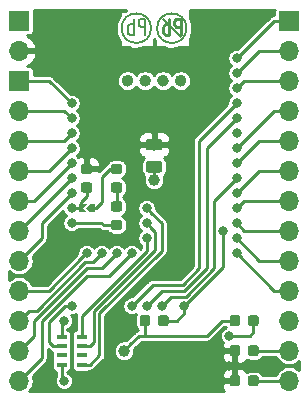
<source format=gbr>
G04 #@! TF.GenerationSoftware,KiCad,Pcbnew,(5.1.0)-1*
G04 #@! TF.CreationDate,2019-03-29T02:28:53-07:00*
G04 #@! TF.ProjectId,e73-breakout,6537332d-6272-4656-916b-6f75742e6b69,rev?*
G04 #@! TF.SameCoordinates,Original*
G04 #@! TF.FileFunction,Copper,L2,Bot*
G04 #@! TF.FilePolarity,Positive*
%FSLAX46Y46*%
G04 Gerber Fmt 4.6, Leading zero omitted, Abs format (unit mm)*
G04 Created by KiCad (PCBNEW (5.1.0)-1) date 2019-03-29 02:28:53*
%MOMM*%
%LPD*%
G04 APERTURE LIST*
%ADD10C,0.250000*%
%ADD11C,0.200000*%
%ADD12C,0.500000*%
%ADD13C,0.100000*%
%ADD14C,0.975000*%
%ADD15C,0.875000*%
%ADD16C,0.100000*%
%ADD17C,0.010000*%
%ADD18O,1.700000X1.700000*%
%ADD19R,1.700000X1.700000*%
%ADD20R,0.900000X0.400000*%
%ADD21C,1.000000*%
%ADD22C,0.800000*%
%ADD23C,0.254000*%
G04 APERTURE END LIST*
D10*
X102264285Y-89788333D02*
X102264285Y-88388333D01*
X101883333Y-88388333D01*
X101788095Y-88455000D01*
X101740476Y-88521666D01*
X101692857Y-88655000D01*
X101692857Y-88855000D01*
X101740476Y-88988333D01*
X101788095Y-89055000D01*
X101883333Y-89121666D01*
X102264285Y-89121666D01*
X101264285Y-89788333D02*
X101264285Y-88388333D01*
X101264285Y-88921666D02*
X101169047Y-88855000D01*
X100978571Y-88855000D01*
X100883333Y-88921666D01*
X100835714Y-88988333D01*
X100788095Y-89121666D01*
X100788095Y-89521666D01*
X100835714Y-89655000D01*
X100883333Y-89721666D01*
X100978571Y-89788333D01*
X101169047Y-89788333D01*
X101264285Y-89721666D01*
D11*
X99264285Y-89788333D02*
X99264285Y-88388333D01*
X98883333Y-88388333D01*
X98788095Y-88455000D01*
X98740476Y-88521666D01*
X98692857Y-88655000D01*
X98692857Y-88855000D01*
X98740476Y-88988333D01*
X98788095Y-89055000D01*
X98883333Y-89121666D01*
X99264285Y-89121666D01*
X98264285Y-89788333D02*
X98264285Y-88388333D01*
X98264285Y-88921666D02*
X98169047Y-88855000D01*
X97978571Y-88855000D01*
X97883333Y-88921666D01*
X97835714Y-88988333D01*
X97788095Y-89121666D01*
X97788095Y-89521666D01*
X97835714Y-89655000D01*
X97883333Y-89721666D01*
X97978571Y-89788333D01*
X98169047Y-89788333D01*
X98264285Y-89721666D01*
X100750000Y-88455000D02*
X102250000Y-89955000D01*
X99750000Y-89205000D02*
G75*
G03X99750000Y-89205000I-1250000J0D01*
G01*
X102750000Y-89205000D02*
G75*
G03X102750000Y-89205000I-1250000J0D01*
G01*
D12*
X99500000Y-93650000D02*
G75*
G03X99500000Y-93650000I-250000J0D01*
G01*
X98000000Y-93650000D02*
G75*
G03X98000000Y-93650000I-250000J0D01*
G01*
X101000000Y-93650000D02*
G75*
G03X101000000Y-93650000I-250000J0D01*
G01*
X102500000Y-93650000D02*
G75*
G03X102500000Y-93650000I-250000J0D01*
G01*
D13*
G36*
X100480142Y-100451174D02*
G01*
X100503803Y-100454684D01*
X100527007Y-100460496D01*
X100549529Y-100468554D01*
X100571153Y-100478782D01*
X100591670Y-100491079D01*
X100610883Y-100505329D01*
X100628607Y-100521393D01*
X100644671Y-100539117D01*
X100658921Y-100558330D01*
X100671218Y-100578847D01*
X100681446Y-100600471D01*
X100689504Y-100622993D01*
X100695316Y-100646197D01*
X100698826Y-100669858D01*
X100700000Y-100693750D01*
X100700000Y-101181250D01*
X100698826Y-101205142D01*
X100695316Y-101228803D01*
X100689504Y-101252007D01*
X100681446Y-101274529D01*
X100671218Y-101296153D01*
X100658921Y-101316670D01*
X100644671Y-101335883D01*
X100628607Y-101353607D01*
X100610883Y-101369671D01*
X100591670Y-101383921D01*
X100571153Y-101396218D01*
X100549529Y-101406446D01*
X100527007Y-101414504D01*
X100503803Y-101420316D01*
X100480142Y-101423826D01*
X100456250Y-101425000D01*
X99543750Y-101425000D01*
X99519858Y-101423826D01*
X99496197Y-101420316D01*
X99472993Y-101414504D01*
X99450471Y-101406446D01*
X99428847Y-101396218D01*
X99408330Y-101383921D01*
X99389117Y-101369671D01*
X99371393Y-101353607D01*
X99355329Y-101335883D01*
X99341079Y-101316670D01*
X99328782Y-101296153D01*
X99318554Y-101274529D01*
X99310496Y-101252007D01*
X99304684Y-101228803D01*
X99301174Y-101205142D01*
X99300000Y-101181250D01*
X99300000Y-100693750D01*
X99301174Y-100669858D01*
X99304684Y-100646197D01*
X99310496Y-100622993D01*
X99318554Y-100600471D01*
X99328782Y-100578847D01*
X99341079Y-100558330D01*
X99355329Y-100539117D01*
X99371393Y-100521393D01*
X99389117Y-100505329D01*
X99408330Y-100491079D01*
X99428847Y-100478782D01*
X99450471Y-100468554D01*
X99472993Y-100460496D01*
X99496197Y-100454684D01*
X99519858Y-100451174D01*
X99543750Y-100450000D01*
X100456250Y-100450000D01*
X100480142Y-100451174D01*
X100480142Y-100451174D01*
G37*
D14*
X100000000Y-100937500D03*
D13*
G36*
X100480142Y-98576174D02*
G01*
X100503803Y-98579684D01*
X100527007Y-98585496D01*
X100549529Y-98593554D01*
X100571153Y-98603782D01*
X100591670Y-98616079D01*
X100610883Y-98630329D01*
X100628607Y-98646393D01*
X100644671Y-98664117D01*
X100658921Y-98683330D01*
X100671218Y-98703847D01*
X100681446Y-98725471D01*
X100689504Y-98747993D01*
X100695316Y-98771197D01*
X100698826Y-98794858D01*
X100700000Y-98818750D01*
X100700000Y-99306250D01*
X100698826Y-99330142D01*
X100695316Y-99353803D01*
X100689504Y-99377007D01*
X100681446Y-99399529D01*
X100671218Y-99421153D01*
X100658921Y-99441670D01*
X100644671Y-99460883D01*
X100628607Y-99478607D01*
X100610883Y-99494671D01*
X100591670Y-99508921D01*
X100571153Y-99521218D01*
X100549529Y-99531446D01*
X100527007Y-99539504D01*
X100503803Y-99545316D01*
X100480142Y-99548826D01*
X100456250Y-99550000D01*
X99543750Y-99550000D01*
X99519858Y-99548826D01*
X99496197Y-99545316D01*
X99472993Y-99539504D01*
X99450471Y-99531446D01*
X99428847Y-99521218D01*
X99408330Y-99508921D01*
X99389117Y-99494671D01*
X99371393Y-99478607D01*
X99355329Y-99460883D01*
X99341079Y-99441670D01*
X99328782Y-99421153D01*
X99318554Y-99399529D01*
X99310496Y-99377007D01*
X99304684Y-99353803D01*
X99301174Y-99330142D01*
X99300000Y-99306250D01*
X99300000Y-98818750D01*
X99301174Y-98794858D01*
X99304684Y-98771197D01*
X99310496Y-98747993D01*
X99318554Y-98725471D01*
X99328782Y-98703847D01*
X99341079Y-98683330D01*
X99355329Y-98664117D01*
X99371393Y-98646393D01*
X99389117Y-98630329D01*
X99408330Y-98616079D01*
X99428847Y-98603782D01*
X99450471Y-98593554D01*
X99472993Y-98585496D01*
X99496197Y-98579684D01*
X99519858Y-98576174D01*
X99543750Y-98575000D01*
X100456250Y-98575000D01*
X100480142Y-98576174D01*
X100480142Y-98576174D01*
G37*
D14*
X100000000Y-99062500D03*
D13*
G36*
X94562691Y-102256053D02*
G01*
X94583926Y-102259203D01*
X94604750Y-102264419D01*
X94624962Y-102271651D01*
X94644368Y-102280830D01*
X94662781Y-102291866D01*
X94680024Y-102304654D01*
X94695930Y-102319070D01*
X94710346Y-102334976D01*
X94723134Y-102352219D01*
X94734170Y-102370632D01*
X94743349Y-102390038D01*
X94750581Y-102410250D01*
X94755797Y-102431074D01*
X94758947Y-102452309D01*
X94760000Y-102473750D01*
X94760000Y-102911250D01*
X94758947Y-102932691D01*
X94755797Y-102953926D01*
X94750581Y-102974750D01*
X94743349Y-102994962D01*
X94734170Y-103014368D01*
X94723134Y-103032781D01*
X94710346Y-103050024D01*
X94695930Y-103065930D01*
X94680024Y-103080346D01*
X94662781Y-103093134D01*
X94644368Y-103104170D01*
X94624962Y-103113349D01*
X94604750Y-103120581D01*
X94583926Y-103125797D01*
X94562691Y-103128947D01*
X94541250Y-103130000D01*
X94028750Y-103130000D01*
X94007309Y-103128947D01*
X93986074Y-103125797D01*
X93965250Y-103120581D01*
X93945038Y-103113349D01*
X93925632Y-103104170D01*
X93907219Y-103093134D01*
X93889976Y-103080346D01*
X93874070Y-103065930D01*
X93859654Y-103050024D01*
X93846866Y-103032781D01*
X93835830Y-103014368D01*
X93826651Y-102994962D01*
X93819419Y-102974750D01*
X93814203Y-102953926D01*
X93811053Y-102932691D01*
X93810000Y-102911250D01*
X93810000Y-102473750D01*
X93811053Y-102452309D01*
X93814203Y-102431074D01*
X93819419Y-102410250D01*
X93826651Y-102390038D01*
X93835830Y-102370632D01*
X93846866Y-102352219D01*
X93859654Y-102334976D01*
X93874070Y-102319070D01*
X93889976Y-102304654D01*
X93907219Y-102291866D01*
X93925632Y-102280830D01*
X93945038Y-102271651D01*
X93965250Y-102264419D01*
X93986074Y-102259203D01*
X94007309Y-102256053D01*
X94028750Y-102255000D01*
X94541250Y-102255000D01*
X94562691Y-102256053D01*
X94562691Y-102256053D01*
G37*
D15*
X94285000Y-102692500D03*
D13*
G36*
X94562691Y-100681053D02*
G01*
X94583926Y-100684203D01*
X94604750Y-100689419D01*
X94624962Y-100696651D01*
X94644368Y-100705830D01*
X94662781Y-100716866D01*
X94680024Y-100729654D01*
X94695930Y-100744070D01*
X94710346Y-100759976D01*
X94723134Y-100777219D01*
X94734170Y-100795632D01*
X94743349Y-100815038D01*
X94750581Y-100835250D01*
X94755797Y-100856074D01*
X94758947Y-100877309D01*
X94760000Y-100898750D01*
X94760000Y-101336250D01*
X94758947Y-101357691D01*
X94755797Y-101378926D01*
X94750581Y-101399750D01*
X94743349Y-101419962D01*
X94734170Y-101439368D01*
X94723134Y-101457781D01*
X94710346Y-101475024D01*
X94695930Y-101490930D01*
X94680024Y-101505346D01*
X94662781Y-101518134D01*
X94644368Y-101529170D01*
X94624962Y-101538349D01*
X94604750Y-101545581D01*
X94583926Y-101550797D01*
X94562691Y-101553947D01*
X94541250Y-101555000D01*
X94028750Y-101555000D01*
X94007309Y-101553947D01*
X93986074Y-101550797D01*
X93965250Y-101545581D01*
X93945038Y-101538349D01*
X93925632Y-101529170D01*
X93907219Y-101518134D01*
X93889976Y-101505346D01*
X93874070Y-101490930D01*
X93859654Y-101475024D01*
X93846866Y-101457781D01*
X93835830Y-101439368D01*
X93826651Y-101419962D01*
X93819419Y-101399750D01*
X93814203Y-101378926D01*
X93811053Y-101357691D01*
X93810000Y-101336250D01*
X93810000Y-100898750D01*
X93811053Y-100877309D01*
X93814203Y-100856074D01*
X93819419Y-100835250D01*
X93826651Y-100815038D01*
X93835830Y-100795632D01*
X93846866Y-100777219D01*
X93859654Y-100759976D01*
X93874070Y-100744070D01*
X93889976Y-100729654D01*
X93907219Y-100716866D01*
X93925632Y-100705830D01*
X93945038Y-100696651D01*
X93965250Y-100689419D01*
X93986074Y-100684203D01*
X94007309Y-100681053D01*
X94028750Y-100680000D01*
X94541250Y-100680000D01*
X94562691Y-100681053D01*
X94562691Y-100681053D01*
G37*
D15*
X94285000Y-101117500D03*
D13*
G36*
X107072691Y-118576053D02*
G01*
X107093926Y-118579203D01*
X107114750Y-118584419D01*
X107134962Y-118591651D01*
X107154368Y-118600830D01*
X107172781Y-118611866D01*
X107190024Y-118624654D01*
X107205930Y-118639070D01*
X107220346Y-118654976D01*
X107233134Y-118672219D01*
X107244170Y-118690632D01*
X107253349Y-118710038D01*
X107260581Y-118730250D01*
X107265797Y-118751074D01*
X107268947Y-118772309D01*
X107270000Y-118793750D01*
X107270000Y-119306250D01*
X107268947Y-119327691D01*
X107265797Y-119348926D01*
X107260581Y-119369750D01*
X107253349Y-119389962D01*
X107244170Y-119409368D01*
X107233134Y-119427781D01*
X107220346Y-119445024D01*
X107205930Y-119460930D01*
X107190024Y-119475346D01*
X107172781Y-119488134D01*
X107154368Y-119499170D01*
X107134962Y-119508349D01*
X107114750Y-119515581D01*
X107093926Y-119520797D01*
X107072691Y-119523947D01*
X107051250Y-119525000D01*
X106613750Y-119525000D01*
X106592309Y-119523947D01*
X106571074Y-119520797D01*
X106550250Y-119515581D01*
X106530038Y-119508349D01*
X106510632Y-119499170D01*
X106492219Y-119488134D01*
X106474976Y-119475346D01*
X106459070Y-119460930D01*
X106444654Y-119445024D01*
X106431866Y-119427781D01*
X106420830Y-119409368D01*
X106411651Y-119389962D01*
X106404419Y-119369750D01*
X106399203Y-119348926D01*
X106396053Y-119327691D01*
X106395000Y-119306250D01*
X106395000Y-118793750D01*
X106396053Y-118772309D01*
X106399203Y-118751074D01*
X106404419Y-118730250D01*
X106411651Y-118710038D01*
X106420830Y-118690632D01*
X106431866Y-118672219D01*
X106444654Y-118654976D01*
X106459070Y-118639070D01*
X106474976Y-118624654D01*
X106492219Y-118611866D01*
X106510632Y-118600830D01*
X106530038Y-118591651D01*
X106550250Y-118584419D01*
X106571074Y-118579203D01*
X106592309Y-118576053D01*
X106613750Y-118575000D01*
X107051250Y-118575000D01*
X107072691Y-118576053D01*
X107072691Y-118576053D01*
G37*
D15*
X106832500Y-119050000D03*
D13*
G36*
X108647691Y-118576053D02*
G01*
X108668926Y-118579203D01*
X108689750Y-118584419D01*
X108709962Y-118591651D01*
X108729368Y-118600830D01*
X108747781Y-118611866D01*
X108765024Y-118624654D01*
X108780930Y-118639070D01*
X108795346Y-118654976D01*
X108808134Y-118672219D01*
X108819170Y-118690632D01*
X108828349Y-118710038D01*
X108835581Y-118730250D01*
X108840797Y-118751074D01*
X108843947Y-118772309D01*
X108845000Y-118793750D01*
X108845000Y-119306250D01*
X108843947Y-119327691D01*
X108840797Y-119348926D01*
X108835581Y-119369750D01*
X108828349Y-119389962D01*
X108819170Y-119409368D01*
X108808134Y-119427781D01*
X108795346Y-119445024D01*
X108780930Y-119460930D01*
X108765024Y-119475346D01*
X108747781Y-119488134D01*
X108729368Y-119499170D01*
X108709962Y-119508349D01*
X108689750Y-119515581D01*
X108668926Y-119520797D01*
X108647691Y-119523947D01*
X108626250Y-119525000D01*
X108188750Y-119525000D01*
X108167309Y-119523947D01*
X108146074Y-119520797D01*
X108125250Y-119515581D01*
X108105038Y-119508349D01*
X108085632Y-119499170D01*
X108067219Y-119488134D01*
X108049976Y-119475346D01*
X108034070Y-119460930D01*
X108019654Y-119445024D01*
X108006866Y-119427781D01*
X107995830Y-119409368D01*
X107986651Y-119389962D01*
X107979419Y-119369750D01*
X107974203Y-119348926D01*
X107971053Y-119327691D01*
X107970000Y-119306250D01*
X107970000Y-118793750D01*
X107971053Y-118772309D01*
X107974203Y-118751074D01*
X107979419Y-118730250D01*
X107986651Y-118710038D01*
X107995830Y-118690632D01*
X108006866Y-118672219D01*
X108019654Y-118654976D01*
X108034070Y-118639070D01*
X108049976Y-118624654D01*
X108067219Y-118611866D01*
X108085632Y-118600830D01*
X108105038Y-118591651D01*
X108125250Y-118584419D01*
X108146074Y-118579203D01*
X108167309Y-118576053D01*
X108188750Y-118575000D01*
X108626250Y-118575000D01*
X108647691Y-118576053D01*
X108647691Y-118576053D01*
G37*
D15*
X108407500Y-119050000D03*
D13*
G36*
X108647691Y-116036053D02*
G01*
X108668926Y-116039203D01*
X108689750Y-116044419D01*
X108709962Y-116051651D01*
X108729368Y-116060830D01*
X108747781Y-116071866D01*
X108765024Y-116084654D01*
X108780930Y-116099070D01*
X108795346Y-116114976D01*
X108808134Y-116132219D01*
X108819170Y-116150632D01*
X108828349Y-116170038D01*
X108835581Y-116190250D01*
X108840797Y-116211074D01*
X108843947Y-116232309D01*
X108845000Y-116253750D01*
X108845000Y-116766250D01*
X108843947Y-116787691D01*
X108840797Y-116808926D01*
X108835581Y-116829750D01*
X108828349Y-116849962D01*
X108819170Y-116869368D01*
X108808134Y-116887781D01*
X108795346Y-116905024D01*
X108780930Y-116920930D01*
X108765024Y-116935346D01*
X108747781Y-116948134D01*
X108729368Y-116959170D01*
X108709962Y-116968349D01*
X108689750Y-116975581D01*
X108668926Y-116980797D01*
X108647691Y-116983947D01*
X108626250Y-116985000D01*
X108188750Y-116985000D01*
X108167309Y-116983947D01*
X108146074Y-116980797D01*
X108125250Y-116975581D01*
X108105038Y-116968349D01*
X108085632Y-116959170D01*
X108067219Y-116948134D01*
X108049976Y-116935346D01*
X108034070Y-116920930D01*
X108019654Y-116905024D01*
X108006866Y-116887781D01*
X107995830Y-116869368D01*
X107986651Y-116849962D01*
X107979419Y-116829750D01*
X107974203Y-116808926D01*
X107971053Y-116787691D01*
X107970000Y-116766250D01*
X107970000Y-116253750D01*
X107971053Y-116232309D01*
X107974203Y-116211074D01*
X107979419Y-116190250D01*
X107986651Y-116170038D01*
X107995830Y-116150632D01*
X108006866Y-116132219D01*
X108019654Y-116114976D01*
X108034070Y-116099070D01*
X108049976Y-116084654D01*
X108067219Y-116071866D01*
X108085632Y-116060830D01*
X108105038Y-116051651D01*
X108125250Y-116044419D01*
X108146074Y-116039203D01*
X108167309Y-116036053D01*
X108188750Y-116035000D01*
X108626250Y-116035000D01*
X108647691Y-116036053D01*
X108647691Y-116036053D01*
G37*
D15*
X108407500Y-116510000D03*
D13*
G36*
X107072691Y-116036053D02*
G01*
X107093926Y-116039203D01*
X107114750Y-116044419D01*
X107134962Y-116051651D01*
X107154368Y-116060830D01*
X107172781Y-116071866D01*
X107190024Y-116084654D01*
X107205930Y-116099070D01*
X107220346Y-116114976D01*
X107233134Y-116132219D01*
X107244170Y-116150632D01*
X107253349Y-116170038D01*
X107260581Y-116190250D01*
X107265797Y-116211074D01*
X107268947Y-116232309D01*
X107270000Y-116253750D01*
X107270000Y-116766250D01*
X107268947Y-116787691D01*
X107265797Y-116808926D01*
X107260581Y-116829750D01*
X107253349Y-116849962D01*
X107244170Y-116869368D01*
X107233134Y-116887781D01*
X107220346Y-116905024D01*
X107205930Y-116920930D01*
X107190024Y-116935346D01*
X107172781Y-116948134D01*
X107154368Y-116959170D01*
X107134962Y-116968349D01*
X107114750Y-116975581D01*
X107093926Y-116980797D01*
X107072691Y-116983947D01*
X107051250Y-116985000D01*
X106613750Y-116985000D01*
X106592309Y-116983947D01*
X106571074Y-116980797D01*
X106550250Y-116975581D01*
X106530038Y-116968349D01*
X106510632Y-116959170D01*
X106492219Y-116948134D01*
X106474976Y-116935346D01*
X106459070Y-116920930D01*
X106444654Y-116905024D01*
X106431866Y-116887781D01*
X106420830Y-116869368D01*
X106411651Y-116849962D01*
X106404419Y-116829750D01*
X106399203Y-116808926D01*
X106396053Y-116787691D01*
X106395000Y-116766250D01*
X106395000Y-116253750D01*
X106396053Y-116232309D01*
X106399203Y-116211074D01*
X106404419Y-116190250D01*
X106411651Y-116170038D01*
X106420830Y-116150632D01*
X106431866Y-116132219D01*
X106444654Y-116114976D01*
X106459070Y-116099070D01*
X106474976Y-116084654D01*
X106492219Y-116071866D01*
X106510632Y-116060830D01*
X106530038Y-116051651D01*
X106550250Y-116044419D01*
X106571074Y-116039203D01*
X106592309Y-116036053D01*
X106613750Y-116035000D01*
X107051250Y-116035000D01*
X107072691Y-116036053D01*
X107072691Y-116036053D01*
G37*
D15*
X106832500Y-116510000D03*
D16*
X93785000Y-104445000D03*
D13*
G36*
X93605000Y-104125000D02*
G01*
X94315000Y-104125000D01*
X94005000Y-104445000D01*
X94315000Y-104765000D01*
X93605000Y-104765000D01*
X93605000Y-104125000D01*
X93605000Y-104125000D01*
G37*
D17*
X94785000Y-104445000D03*
D13*
G36*
X94255000Y-104445000D02*
G01*
X94575000Y-104125000D01*
X94965000Y-104125000D01*
X94965000Y-104765000D01*
X94575000Y-104765000D01*
X94255000Y-104445000D01*
X94255000Y-104445000D01*
G37*
G36*
X97102691Y-105431053D02*
G01*
X97123926Y-105434203D01*
X97144750Y-105439419D01*
X97164962Y-105446651D01*
X97184368Y-105455830D01*
X97202781Y-105466866D01*
X97220024Y-105479654D01*
X97235930Y-105494070D01*
X97250346Y-105509976D01*
X97263134Y-105527219D01*
X97274170Y-105545632D01*
X97283349Y-105565038D01*
X97290581Y-105585250D01*
X97295797Y-105606074D01*
X97298947Y-105627309D01*
X97300000Y-105648750D01*
X97300000Y-106086250D01*
X97298947Y-106107691D01*
X97295797Y-106128926D01*
X97290581Y-106149750D01*
X97283349Y-106169962D01*
X97274170Y-106189368D01*
X97263134Y-106207781D01*
X97250346Y-106225024D01*
X97235930Y-106240930D01*
X97220024Y-106255346D01*
X97202781Y-106268134D01*
X97184368Y-106279170D01*
X97164962Y-106288349D01*
X97144750Y-106295581D01*
X97123926Y-106300797D01*
X97102691Y-106303947D01*
X97081250Y-106305000D01*
X96568750Y-106305000D01*
X96547309Y-106303947D01*
X96526074Y-106300797D01*
X96505250Y-106295581D01*
X96485038Y-106288349D01*
X96465632Y-106279170D01*
X96447219Y-106268134D01*
X96429976Y-106255346D01*
X96414070Y-106240930D01*
X96399654Y-106225024D01*
X96386866Y-106207781D01*
X96375830Y-106189368D01*
X96366651Y-106169962D01*
X96359419Y-106149750D01*
X96354203Y-106128926D01*
X96351053Y-106107691D01*
X96350000Y-106086250D01*
X96350000Y-105648750D01*
X96351053Y-105627309D01*
X96354203Y-105606074D01*
X96359419Y-105585250D01*
X96366651Y-105565038D01*
X96375830Y-105545632D01*
X96386866Y-105527219D01*
X96399654Y-105509976D01*
X96414070Y-105494070D01*
X96429976Y-105479654D01*
X96447219Y-105466866D01*
X96465632Y-105455830D01*
X96485038Y-105446651D01*
X96505250Y-105439419D01*
X96526074Y-105434203D01*
X96547309Y-105431053D01*
X96568750Y-105430000D01*
X97081250Y-105430000D01*
X97102691Y-105431053D01*
X97102691Y-105431053D01*
G37*
D15*
X96825000Y-105867500D03*
D13*
G36*
X97102691Y-103856053D02*
G01*
X97123926Y-103859203D01*
X97144750Y-103864419D01*
X97164962Y-103871651D01*
X97184368Y-103880830D01*
X97202781Y-103891866D01*
X97220024Y-103904654D01*
X97235930Y-103919070D01*
X97250346Y-103934976D01*
X97263134Y-103952219D01*
X97274170Y-103970632D01*
X97283349Y-103990038D01*
X97290581Y-104010250D01*
X97295797Y-104031074D01*
X97298947Y-104052309D01*
X97300000Y-104073750D01*
X97300000Y-104511250D01*
X97298947Y-104532691D01*
X97295797Y-104553926D01*
X97290581Y-104574750D01*
X97283349Y-104594962D01*
X97274170Y-104614368D01*
X97263134Y-104632781D01*
X97250346Y-104650024D01*
X97235930Y-104665930D01*
X97220024Y-104680346D01*
X97202781Y-104693134D01*
X97184368Y-104704170D01*
X97164962Y-104713349D01*
X97144750Y-104720581D01*
X97123926Y-104725797D01*
X97102691Y-104728947D01*
X97081250Y-104730000D01*
X96568750Y-104730000D01*
X96547309Y-104728947D01*
X96526074Y-104725797D01*
X96505250Y-104720581D01*
X96485038Y-104713349D01*
X96465632Y-104704170D01*
X96447219Y-104693134D01*
X96429976Y-104680346D01*
X96414070Y-104665930D01*
X96399654Y-104650024D01*
X96386866Y-104632781D01*
X96375830Y-104614368D01*
X96366651Y-104594962D01*
X96359419Y-104574750D01*
X96354203Y-104553926D01*
X96351053Y-104532691D01*
X96350000Y-104511250D01*
X96350000Y-104073750D01*
X96351053Y-104052309D01*
X96354203Y-104031074D01*
X96359419Y-104010250D01*
X96366651Y-103990038D01*
X96375830Y-103970632D01*
X96386866Y-103952219D01*
X96399654Y-103934976D01*
X96414070Y-103919070D01*
X96429976Y-103904654D01*
X96447219Y-103891866D01*
X96465632Y-103880830D01*
X96485038Y-103871651D01*
X96505250Y-103864419D01*
X96526074Y-103859203D01*
X96547309Y-103856053D01*
X96568750Y-103855000D01*
X97081250Y-103855000D01*
X97102691Y-103856053D01*
X97102691Y-103856053D01*
G37*
D15*
X96825000Y-104292500D03*
D13*
G36*
X97102691Y-100681053D02*
G01*
X97123926Y-100684203D01*
X97144750Y-100689419D01*
X97164962Y-100696651D01*
X97184368Y-100705830D01*
X97202781Y-100716866D01*
X97220024Y-100729654D01*
X97235930Y-100744070D01*
X97250346Y-100759976D01*
X97263134Y-100777219D01*
X97274170Y-100795632D01*
X97283349Y-100815038D01*
X97290581Y-100835250D01*
X97295797Y-100856074D01*
X97298947Y-100877309D01*
X97300000Y-100898750D01*
X97300000Y-101336250D01*
X97298947Y-101357691D01*
X97295797Y-101378926D01*
X97290581Y-101399750D01*
X97283349Y-101419962D01*
X97274170Y-101439368D01*
X97263134Y-101457781D01*
X97250346Y-101475024D01*
X97235930Y-101490930D01*
X97220024Y-101505346D01*
X97202781Y-101518134D01*
X97184368Y-101529170D01*
X97164962Y-101538349D01*
X97144750Y-101545581D01*
X97123926Y-101550797D01*
X97102691Y-101553947D01*
X97081250Y-101555000D01*
X96568750Y-101555000D01*
X96547309Y-101553947D01*
X96526074Y-101550797D01*
X96505250Y-101545581D01*
X96485038Y-101538349D01*
X96465632Y-101529170D01*
X96447219Y-101518134D01*
X96429976Y-101505346D01*
X96414070Y-101490930D01*
X96399654Y-101475024D01*
X96386866Y-101457781D01*
X96375830Y-101439368D01*
X96366651Y-101419962D01*
X96359419Y-101399750D01*
X96354203Y-101378926D01*
X96351053Y-101357691D01*
X96350000Y-101336250D01*
X96350000Y-100898750D01*
X96351053Y-100877309D01*
X96354203Y-100856074D01*
X96359419Y-100835250D01*
X96366651Y-100815038D01*
X96375830Y-100795632D01*
X96386866Y-100777219D01*
X96399654Y-100759976D01*
X96414070Y-100744070D01*
X96429976Y-100729654D01*
X96447219Y-100716866D01*
X96465632Y-100705830D01*
X96485038Y-100696651D01*
X96505250Y-100689419D01*
X96526074Y-100684203D01*
X96547309Y-100681053D01*
X96568750Y-100680000D01*
X97081250Y-100680000D01*
X97102691Y-100681053D01*
X97102691Y-100681053D01*
G37*
D15*
X96825000Y-101117500D03*
D13*
G36*
X97102691Y-102256053D02*
G01*
X97123926Y-102259203D01*
X97144750Y-102264419D01*
X97164962Y-102271651D01*
X97184368Y-102280830D01*
X97202781Y-102291866D01*
X97220024Y-102304654D01*
X97235930Y-102319070D01*
X97250346Y-102334976D01*
X97263134Y-102352219D01*
X97274170Y-102370632D01*
X97283349Y-102390038D01*
X97290581Y-102410250D01*
X97295797Y-102431074D01*
X97298947Y-102452309D01*
X97300000Y-102473750D01*
X97300000Y-102911250D01*
X97298947Y-102932691D01*
X97295797Y-102953926D01*
X97290581Y-102974750D01*
X97283349Y-102994962D01*
X97274170Y-103014368D01*
X97263134Y-103032781D01*
X97250346Y-103050024D01*
X97235930Y-103065930D01*
X97220024Y-103080346D01*
X97202781Y-103093134D01*
X97184368Y-103104170D01*
X97164962Y-103113349D01*
X97144750Y-103120581D01*
X97123926Y-103125797D01*
X97102691Y-103128947D01*
X97081250Y-103130000D01*
X96568750Y-103130000D01*
X96547309Y-103128947D01*
X96526074Y-103125797D01*
X96505250Y-103120581D01*
X96485038Y-103113349D01*
X96465632Y-103104170D01*
X96447219Y-103093134D01*
X96429976Y-103080346D01*
X96414070Y-103065930D01*
X96399654Y-103050024D01*
X96386866Y-103032781D01*
X96375830Y-103014368D01*
X96366651Y-102994962D01*
X96359419Y-102974750D01*
X96354203Y-102953926D01*
X96351053Y-102932691D01*
X96350000Y-102911250D01*
X96350000Y-102473750D01*
X96351053Y-102452309D01*
X96354203Y-102431074D01*
X96359419Y-102410250D01*
X96366651Y-102390038D01*
X96375830Y-102370632D01*
X96386866Y-102352219D01*
X96399654Y-102334976D01*
X96414070Y-102319070D01*
X96429976Y-102304654D01*
X96447219Y-102291866D01*
X96465632Y-102280830D01*
X96485038Y-102271651D01*
X96505250Y-102264419D01*
X96526074Y-102259203D01*
X96547309Y-102256053D01*
X96568750Y-102255000D01*
X97081250Y-102255000D01*
X97102691Y-102256053D01*
X97102691Y-102256053D01*
G37*
D15*
X96825000Y-102692500D03*
D18*
X111430000Y-119050000D03*
X111430000Y-116510000D03*
X111430000Y-113970000D03*
X111430000Y-111430000D03*
X111430000Y-108890000D03*
X111430000Y-106350000D03*
X111430000Y-103810000D03*
X111430000Y-101270000D03*
X111430000Y-98730000D03*
X111430000Y-96190000D03*
X111430000Y-93650000D03*
X111430000Y-91110000D03*
D19*
X111430000Y-88570000D03*
D20*
X92165000Y-116910000D03*
X92165000Y-116110000D03*
X92165000Y-117710000D03*
X92165000Y-115310000D03*
X93865000Y-117710000D03*
X93865000Y-116910000D03*
X93865000Y-116110000D03*
X93865000Y-115310000D03*
D13*
G36*
X107072691Y-113496053D02*
G01*
X107093926Y-113499203D01*
X107114750Y-113504419D01*
X107134962Y-113511651D01*
X107154368Y-113520830D01*
X107172781Y-113531866D01*
X107190024Y-113544654D01*
X107205930Y-113559070D01*
X107220346Y-113574976D01*
X107233134Y-113592219D01*
X107244170Y-113610632D01*
X107253349Y-113630038D01*
X107260581Y-113650250D01*
X107265797Y-113671074D01*
X107268947Y-113692309D01*
X107270000Y-113713750D01*
X107270000Y-114226250D01*
X107268947Y-114247691D01*
X107265797Y-114268926D01*
X107260581Y-114289750D01*
X107253349Y-114309962D01*
X107244170Y-114329368D01*
X107233134Y-114347781D01*
X107220346Y-114365024D01*
X107205930Y-114380930D01*
X107190024Y-114395346D01*
X107172781Y-114408134D01*
X107154368Y-114419170D01*
X107134962Y-114428349D01*
X107114750Y-114435581D01*
X107093926Y-114440797D01*
X107072691Y-114443947D01*
X107051250Y-114445000D01*
X106613750Y-114445000D01*
X106592309Y-114443947D01*
X106571074Y-114440797D01*
X106550250Y-114435581D01*
X106530038Y-114428349D01*
X106510632Y-114419170D01*
X106492219Y-114408134D01*
X106474976Y-114395346D01*
X106459070Y-114380930D01*
X106444654Y-114365024D01*
X106431866Y-114347781D01*
X106420830Y-114329368D01*
X106411651Y-114309962D01*
X106404419Y-114289750D01*
X106399203Y-114268926D01*
X106396053Y-114247691D01*
X106395000Y-114226250D01*
X106395000Y-113713750D01*
X106396053Y-113692309D01*
X106399203Y-113671074D01*
X106404419Y-113650250D01*
X106411651Y-113630038D01*
X106420830Y-113610632D01*
X106431866Y-113592219D01*
X106444654Y-113574976D01*
X106459070Y-113559070D01*
X106474976Y-113544654D01*
X106492219Y-113531866D01*
X106510632Y-113520830D01*
X106530038Y-113511651D01*
X106550250Y-113504419D01*
X106571074Y-113499203D01*
X106592309Y-113496053D01*
X106613750Y-113495000D01*
X107051250Y-113495000D01*
X107072691Y-113496053D01*
X107072691Y-113496053D01*
G37*
D15*
X106832500Y-113970000D03*
D13*
G36*
X108647691Y-113496053D02*
G01*
X108668926Y-113499203D01*
X108689750Y-113504419D01*
X108709962Y-113511651D01*
X108729368Y-113520830D01*
X108747781Y-113531866D01*
X108765024Y-113544654D01*
X108780930Y-113559070D01*
X108795346Y-113574976D01*
X108808134Y-113592219D01*
X108819170Y-113610632D01*
X108828349Y-113630038D01*
X108835581Y-113650250D01*
X108840797Y-113671074D01*
X108843947Y-113692309D01*
X108845000Y-113713750D01*
X108845000Y-114226250D01*
X108843947Y-114247691D01*
X108840797Y-114268926D01*
X108835581Y-114289750D01*
X108828349Y-114309962D01*
X108819170Y-114329368D01*
X108808134Y-114347781D01*
X108795346Y-114365024D01*
X108780930Y-114380930D01*
X108765024Y-114395346D01*
X108747781Y-114408134D01*
X108729368Y-114419170D01*
X108709962Y-114428349D01*
X108689750Y-114435581D01*
X108668926Y-114440797D01*
X108647691Y-114443947D01*
X108626250Y-114445000D01*
X108188750Y-114445000D01*
X108167309Y-114443947D01*
X108146074Y-114440797D01*
X108125250Y-114435581D01*
X108105038Y-114428349D01*
X108085632Y-114419170D01*
X108067219Y-114408134D01*
X108049976Y-114395346D01*
X108034070Y-114380930D01*
X108019654Y-114365024D01*
X108006866Y-114347781D01*
X107995830Y-114329368D01*
X107986651Y-114309962D01*
X107979419Y-114289750D01*
X107974203Y-114268926D01*
X107971053Y-114247691D01*
X107970000Y-114226250D01*
X107970000Y-113713750D01*
X107971053Y-113692309D01*
X107974203Y-113671074D01*
X107979419Y-113650250D01*
X107986651Y-113630038D01*
X107995830Y-113610632D01*
X108006866Y-113592219D01*
X108019654Y-113574976D01*
X108034070Y-113559070D01*
X108049976Y-113544654D01*
X108067219Y-113531866D01*
X108085632Y-113520830D01*
X108105038Y-113511651D01*
X108125250Y-113504419D01*
X108146074Y-113499203D01*
X108167309Y-113496053D01*
X108188750Y-113495000D01*
X108626250Y-113495000D01*
X108647691Y-113496053D01*
X108647691Y-113496053D01*
G37*
D15*
X108407500Y-113970000D03*
D19*
X88570000Y-88570000D03*
D18*
X88570000Y-91110000D03*
D19*
X88570000Y-93650000D03*
D18*
X88570000Y-96190000D03*
X88570000Y-98730000D03*
X88570000Y-101270000D03*
X88570000Y-103810000D03*
X88570000Y-106350000D03*
X88570000Y-108890000D03*
X88570000Y-111430000D03*
X88570000Y-113970000D03*
X88570000Y-116510000D03*
X88570000Y-119050000D03*
D13*
G36*
X99452691Y-113496053D02*
G01*
X99473926Y-113499203D01*
X99494750Y-113504419D01*
X99514962Y-113511651D01*
X99534368Y-113520830D01*
X99552781Y-113531866D01*
X99570024Y-113544654D01*
X99585930Y-113559070D01*
X99600346Y-113574976D01*
X99613134Y-113592219D01*
X99624170Y-113610632D01*
X99633349Y-113630038D01*
X99640581Y-113650250D01*
X99645797Y-113671074D01*
X99648947Y-113692309D01*
X99650000Y-113713750D01*
X99650000Y-114226250D01*
X99648947Y-114247691D01*
X99645797Y-114268926D01*
X99640581Y-114289750D01*
X99633349Y-114309962D01*
X99624170Y-114329368D01*
X99613134Y-114347781D01*
X99600346Y-114365024D01*
X99585930Y-114380930D01*
X99570024Y-114395346D01*
X99552781Y-114408134D01*
X99534368Y-114419170D01*
X99514962Y-114428349D01*
X99494750Y-114435581D01*
X99473926Y-114440797D01*
X99452691Y-114443947D01*
X99431250Y-114445000D01*
X98993750Y-114445000D01*
X98972309Y-114443947D01*
X98951074Y-114440797D01*
X98930250Y-114435581D01*
X98910038Y-114428349D01*
X98890632Y-114419170D01*
X98872219Y-114408134D01*
X98854976Y-114395346D01*
X98839070Y-114380930D01*
X98824654Y-114365024D01*
X98811866Y-114347781D01*
X98800830Y-114329368D01*
X98791651Y-114309962D01*
X98784419Y-114289750D01*
X98779203Y-114268926D01*
X98776053Y-114247691D01*
X98775000Y-114226250D01*
X98775000Y-113713750D01*
X98776053Y-113692309D01*
X98779203Y-113671074D01*
X98784419Y-113650250D01*
X98791651Y-113630038D01*
X98800830Y-113610632D01*
X98811866Y-113592219D01*
X98824654Y-113574976D01*
X98839070Y-113559070D01*
X98854976Y-113544654D01*
X98872219Y-113531866D01*
X98890632Y-113520830D01*
X98910038Y-113511651D01*
X98930250Y-113504419D01*
X98951074Y-113499203D01*
X98972309Y-113496053D01*
X98993750Y-113495000D01*
X99431250Y-113495000D01*
X99452691Y-113496053D01*
X99452691Y-113496053D01*
G37*
D15*
X99212500Y-113970000D03*
D13*
G36*
X101027691Y-113496053D02*
G01*
X101048926Y-113499203D01*
X101069750Y-113504419D01*
X101089962Y-113511651D01*
X101109368Y-113520830D01*
X101127781Y-113531866D01*
X101145024Y-113544654D01*
X101160930Y-113559070D01*
X101175346Y-113574976D01*
X101188134Y-113592219D01*
X101199170Y-113610632D01*
X101208349Y-113630038D01*
X101215581Y-113650250D01*
X101220797Y-113671074D01*
X101223947Y-113692309D01*
X101225000Y-113713750D01*
X101225000Y-114226250D01*
X101223947Y-114247691D01*
X101220797Y-114268926D01*
X101215581Y-114289750D01*
X101208349Y-114309962D01*
X101199170Y-114329368D01*
X101188134Y-114347781D01*
X101175346Y-114365024D01*
X101160930Y-114380930D01*
X101145024Y-114395346D01*
X101127781Y-114408134D01*
X101109368Y-114419170D01*
X101089962Y-114428349D01*
X101069750Y-114435581D01*
X101048926Y-114440797D01*
X101027691Y-114443947D01*
X101006250Y-114445000D01*
X100568750Y-114445000D01*
X100547309Y-114443947D01*
X100526074Y-114440797D01*
X100505250Y-114435581D01*
X100485038Y-114428349D01*
X100465632Y-114419170D01*
X100447219Y-114408134D01*
X100429976Y-114395346D01*
X100414070Y-114380930D01*
X100399654Y-114365024D01*
X100386866Y-114347781D01*
X100375830Y-114329368D01*
X100366651Y-114309962D01*
X100359419Y-114289750D01*
X100354203Y-114268926D01*
X100351053Y-114247691D01*
X100350000Y-114226250D01*
X100350000Y-113713750D01*
X100351053Y-113692309D01*
X100354203Y-113671074D01*
X100359419Y-113650250D01*
X100366651Y-113630038D01*
X100375830Y-113610632D01*
X100386866Y-113592219D01*
X100399654Y-113574976D01*
X100414070Y-113559070D01*
X100429976Y-113544654D01*
X100447219Y-113531866D01*
X100465632Y-113520830D01*
X100485038Y-113511651D01*
X100505250Y-113504419D01*
X100526074Y-113499203D01*
X100547309Y-113496053D01*
X100568750Y-113495000D01*
X101006250Y-113495000D01*
X101027691Y-113496053D01*
X101027691Y-113496053D01*
G37*
D15*
X100787500Y-113970000D03*
D21*
X97460000Y-116510000D03*
X100000000Y-102032000D03*
X106985000Y-89205000D03*
X93015000Y-89205000D03*
X93015000Y-91745000D03*
X100000000Y-116510000D03*
X98730000Y-116510000D03*
X102540000Y-116510000D03*
D22*
X106350000Y-117780000D03*
X93015000Y-106985000D03*
D21*
X94285000Y-89205000D03*
X105715000Y-89205000D03*
D22*
X93015000Y-104445000D03*
X106985000Y-95555000D03*
X98095000Y-112700000D03*
X106985000Y-96825000D03*
X99365000Y-112700000D03*
X106985000Y-101905000D03*
X100635000Y-112700000D03*
X102540000Y-112700000D03*
X106985000Y-98095000D03*
X105805000Y-106350000D03*
X93015000Y-105715000D03*
X93015000Y-112700000D03*
X92380026Y-113970000D03*
X92380000Y-119050000D03*
X106985000Y-108255000D03*
X106985000Y-106985000D03*
X106985000Y-105715000D03*
X106985000Y-104445000D03*
X106985000Y-103175000D03*
X106985000Y-100635000D03*
X106985000Y-99365000D03*
X106985000Y-94285000D03*
X106985000Y-93015000D03*
X106985000Y-91745000D03*
X93015000Y-95555000D03*
X93015000Y-96825000D03*
X93015000Y-98095000D03*
X93015000Y-99365000D03*
X93015000Y-100635000D03*
X93015000Y-101905000D03*
X93015000Y-103175000D03*
X94285000Y-108255000D03*
X95555000Y-108255000D03*
X96825000Y-108255000D03*
X98095000Y-108255000D03*
X99365000Y-106985000D03*
X99365000Y-105715000D03*
X99365000Y-104445000D03*
X106350000Y-115240000D03*
D10*
X106832500Y-113970000D02*
X105715000Y-113970000D01*
X105715000Y-113970000D02*
X104445000Y-115240000D01*
X98004999Y-115965001D02*
X97460000Y-116510000D01*
X98730000Y-115240000D02*
X98004999Y-115965001D01*
X100000000Y-102032000D02*
X100000000Y-100937500D01*
X99212500Y-115214500D02*
X99212500Y-113970000D01*
X99238000Y-115240000D02*
X99212500Y-115214500D01*
X99238000Y-115240000D02*
X98730000Y-115240000D01*
X104445000Y-115240000D02*
X99238000Y-115240000D01*
X93015000Y-104445000D02*
X93785000Y-104445000D01*
X94285000Y-103429000D02*
X94285000Y-102692500D01*
X93785000Y-104445000D02*
X93785000Y-103929000D01*
X93785000Y-103929000D02*
X94285000Y-103429000D01*
X110227919Y-119050000D02*
X108407500Y-119050000D01*
X111430000Y-119050000D02*
X110227919Y-119050000D01*
X111430000Y-116510000D02*
X108407500Y-116510000D01*
X103810000Y-98730000D02*
X106985000Y-95555000D01*
X103810000Y-109522180D02*
X103810000Y-98730000D01*
X102410180Y-110922000D02*
X103810000Y-109522180D01*
X98095000Y-112700000D02*
X99873000Y-110922000D01*
X99873000Y-110922000D02*
X102410180Y-110922000D01*
X104445000Y-99365000D02*
X106985000Y-96825000D01*
X104445000Y-109523590D02*
X104445000Y-99365000D01*
X102538590Y-111430000D02*
X104445000Y-109523590D01*
X99365000Y-112700000D02*
X100635000Y-111430000D01*
X100635000Y-111430000D02*
X102538590Y-111430000D01*
X100635000Y-112700000D02*
X101397000Y-111938000D01*
X101397000Y-111938000D02*
X102667000Y-111938000D01*
X102667000Y-111938000D02*
X105080000Y-109525000D01*
X105080000Y-109525000D02*
X105080000Y-103810000D01*
X105080000Y-103810000D02*
X106985000Y-101905000D01*
X102540000Y-112700000D02*
X102939999Y-112300001D01*
X102944229Y-112300001D02*
X105399615Y-109844615D01*
X102939999Y-112300001D02*
X102944229Y-112300001D01*
X105399615Y-109844615D02*
X105805000Y-109439230D01*
X105805000Y-109435000D02*
X105805000Y-106350000D01*
X105805000Y-109439230D02*
X105805000Y-109435000D01*
X102540000Y-112700000D02*
X102540000Y-113335000D01*
X101905000Y-113970000D02*
X102540000Y-113335000D01*
X100787500Y-113970000D02*
X101905000Y-113970000D01*
X94640010Y-104445000D02*
X94785000Y-104445000D01*
X95047000Y-104445000D02*
X94640010Y-104445000D01*
X95555000Y-103937000D02*
X95047000Y-104445000D01*
X95555000Y-101812500D02*
X95555000Y-103937000D01*
X96825000Y-101117500D02*
X96250000Y-101117500D01*
X96250000Y-101117500D02*
X95555000Y-101812500D01*
X96825000Y-105867500D02*
X95707500Y-105867500D01*
X95707500Y-105867500D02*
X95555000Y-105715000D01*
X93015000Y-105715000D02*
X95555000Y-105715000D01*
X96825000Y-102692500D02*
X96825000Y-104292500D01*
X92449315Y-112700000D02*
X91110000Y-114039315D01*
X93015000Y-112700000D02*
X92449315Y-112700000D01*
X91465000Y-116110000D02*
X92165000Y-116110000D01*
X91110000Y-115755000D02*
X91465000Y-116110000D01*
X91110000Y-114039315D02*
X91110000Y-115755000D01*
X92165000Y-114185026D02*
X92380026Y-113970000D01*
X92165000Y-115310000D02*
X92165000Y-114185026D01*
X92165000Y-118835000D02*
X92380000Y-119050000D01*
X92165000Y-117710000D02*
X92165000Y-118835000D01*
X110160000Y-111430000D02*
X111430000Y-111430000D01*
X106985000Y-108255000D02*
X110160000Y-111430000D01*
X106985000Y-106985000D02*
X108890000Y-108890000D01*
X108890000Y-108890000D02*
X111430000Y-108890000D01*
X106985000Y-105715000D02*
X107620000Y-106350000D01*
X107620000Y-106350000D02*
X111430000Y-106350000D01*
X106985000Y-104445000D02*
X107620000Y-103810000D01*
X107620000Y-103810000D02*
X111430000Y-103810000D01*
X106985000Y-103175000D02*
X108890000Y-101270000D01*
X108890000Y-101270000D02*
X111430000Y-101270000D01*
X106985000Y-100635000D02*
X108890000Y-98730000D01*
X108890000Y-98730000D02*
X111430000Y-98730000D01*
X106985000Y-99365000D02*
X110160000Y-96190000D01*
X110160000Y-96190000D02*
X111430000Y-96190000D01*
X106985000Y-94285000D02*
X107620000Y-93650000D01*
X107620000Y-93650000D02*
X111430000Y-93650000D01*
X106985000Y-93015000D02*
X108890000Y-91110000D01*
X108890000Y-91110000D02*
X111430000Y-91110000D01*
X106985000Y-91745000D02*
X110160000Y-88570000D01*
X110160000Y-88570000D02*
X111430000Y-88570000D01*
X93015000Y-95555000D02*
X91110000Y-93650000D01*
X91110000Y-93650000D02*
X88570000Y-93650000D01*
X93015000Y-96825000D02*
X92380000Y-96190000D01*
X92380000Y-96190000D02*
X88570000Y-96190000D01*
X93015000Y-98095000D02*
X92380000Y-98730000D01*
X92380000Y-98730000D02*
X88570000Y-98730000D01*
X93015000Y-99365000D02*
X91110000Y-101270000D01*
X91110000Y-101270000D02*
X88570000Y-101270000D01*
X93015000Y-100635000D02*
X89840000Y-103810000D01*
X89840000Y-103810000D02*
X88570000Y-103810000D01*
X92289999Y-102630001D02*
X88570000Y-106350000D01*
X93015000Y-101905000D02*
X92289999Y-102630001D01*
X90475000Y-106985000D02*
X88570000Y-108890000D01*
X93015000Y-103175000D02*
X90475000Y-105715000D01*
X90475000Y-105715000D02*
X90475000Y-106985000D01*
X94008599Y-108529991D02*
X91108590Y-111430000D01*
X94285000Y-108255000D02*
X94010009Y-108529991D01*
X94010009Y-108529991D02*
X94008599Y-108529991D01*
X91108590Y-111430000D02*
X88570000Y-111430000D01*
X89419999Y-113120001D02*
X90054999Y-113120001D01*
X88570000Y-113970000D02*
X89419999Y-113120001D01*
X95555000Y-108255000D02*
X94920000Y-108890000D01*
X90054999Y-113120001D02*
X94194999Y-108980001D01*
X94194999Y-108980001D02*
X94829999Y-108980001D01*
X94829999Y-108980001D02*
X95555000Y-108255000D01*
X96425001Y-108654999D02*
X96825000Y-108255000D01*
X95555000Y-109525000D02*
X96425001Y-108654999D01*
X94287820Y-109525000D02*
X95555000Y-109525000D01*
X89840000Y-113972820D02*
X94287820Y-109525000D01*
X88570000Y-116510000D02*
X89840000Y-115240000D01*
X89840000Y-115240000D02*
X89840000Y-113972820D01*
X97695001Y-108654999D02*
X98095000Y-108255000D01*
X96190000Y-110160000D02*
X97695001Y-108654999D01*
X94289230Y-110160000D02*
X96190000Y-110160000D01*
X90475000Y-113974230D02*
X94289230Y-110160000D01*
X88570000Y-119050000D02*
X90475000Y-117145000D01*
X90475000Y-117145000D02*
X90475000Y-113974230D01*
X99365000Y-107550685D02*
X99365000Y-106985000D01*
X93865000Y-115310000D02*
X93865000Y-113558002D01*
X93865000Y-113558002D02*
X99365000Y-108058002D01*
X99365000Y-108058002D02*
X99365000Y-107550685D01*
X100090001Y-106440001D02*
X99764999Y-106114999D01*
X93865000Y-116110000D02*
X94565000Y-116110000D01*
X99764999Y-106114999D02*
X99365000Y-105715000D01*
X100090001Y-107969411D02*
X100090001Y-106440001D01*
X94920000Y-113139412D02*
X100090001Y-107969411D01*
X94920000Y-115755000D02*
X94920000Y-113139412D01*
X94565000Y-116110000D02*
X94920000Y-115755000D01*
X94565000Y-117710000D02*
X95370010Y-116904990D01*
X99764999Y-104844999D02*
X99365000Y-104445000D01*
X93865000Y-117710000D02*
X94565000Y-117710000D01*
X95370010Y-116904990D02*
X95370010Y-113325812D01*
X95370010Y-113325812D02*
X100635000Y-108060822D01*
X100635000Y-108060822D02*
X100635000Y-105715000D01*
X100635000Y-105715000D02*
X99764999Y-104844999D01*
X108128000Y-115240000D02*
X106350000Y-115240000D01*
X108407500Y-113970000D02*
X108407500Y-114960500D01*
X108407500Y-114960500D02*
X108128000Y-115240000D01*
D23*
G36*
X97592235Y-87716000D02*
G01*
X97116619Y-87716000D01*
X97116619Y-88144871D01*
X97028168Y-88256469D01*
X96871961Y-88560414D01*
X96777766Y-88888911D01*
X96749171Y-89229448D01*
X96787264Y-89569053D01*
X96890594Y-89894792D01*
X97055226Y-90194257D01*
X97116619Y-90267423D01*
X97116619Y-90778000D01*
X97747469Y-90778000D01*
X97844064Y-90828499D01*
X98171895Y-90924985D01*
X98512224Y-90955957D01*
X98852087Y-90920236D01*
X99178540Y-90819182D01*
X99254705Y-90778000D01*
X99983381Y-90778000D01*
X99983381Y-90127091D01*
X100000550Y-90094801D01*
X100055226Y-90194257D01*
X100091619Y-90237629D01*
X100091619Y-90815500D01*
X100819199Y-90815500D01*
X100844064Y-90828499D01*
X101171895Y-90924985D01*
X101512224Y-90955957D01*
X101852087Y-90920236D01*
X102178540Y-90819182D01*
X102185350Y-90815500D01*
X103008381Y-90815500D01*
X103008381Y-90080073D01*
X103118880Y-89872254D01*
X103217652Y-89545104D01*
X103251000Y-89205000D01*
X103250317Y-89156109D01*
X103207487Y-88817069D01*
X103099618Y-88492804D01*
X103008381Y-88332198D01*
X103008381Y-87706000D01*
X110198536Y-87706000D01*
X110197157Y-87720000D01*
X110197157Y-88064000D01*
X110184845Y-88064000D01*
X110159999Y-88061553D01*
X110135153Y-88064000D01*
X110135146Y-88064000D01*
X110060807Y-88071322D01*
X109965425Y-88100255D01*
X109877521Y-88147241D01*
X109800473Y-88210473D01*
X109784628Y-88229780D01*
X107050409Y-90964000D01*
X106908078Y-90964000D01*
X106757191Y-90994013D01*
X106615058Y-91052887D01*
X106487141Y-91138358D01*
X106378358Y-91247141D01*
X106292887Y-91375058D01*
X106234013Y-91517191D01*
X106204000Y-91668078D01*
X106204000Y-91821922D01*
X106234013Y-91972809D01*
X106292887Y-92114942D01*
X106378358Y-92242859D01*
X106487141Y-92351642D01*
X106529582Y-92380000D01*
X106487141Y-92408358D01*
X106378358Y-92517141D01*
X106292887Y-92645058D01*
X106234013Y-92787191D01*
X106204000Y-92938078D01*
X106204000Y-93091922D01*
X106234013Y-93242809D01*
X106292887Y-93384942D01*
X106378358Y-93512859D01*
X106487141Y-93621642D01*
X106529582Y-93650000D01*
X106487141Y-93678358D01*
X106378358Y-93787141D01*
X106292887Y-93915058D01*
X106234013Y-94057191D01*
X106204000Y-94208078D01*
X106204000Y-94361922D01*
X106234013Y-94512809D01*
X106292887Y-94654942D01*
X106378358Y-94782859D01*
X106487141Y-94891642D01*
X106529582Y-94920000D01*
X106487141Y-94948358D01*
X106378358Y-95057141D01*
X106292887Y-95185058D01*
X106234013Y-95327191D01*
X106204000Y-95478078D01*
X106204000Y-95620408D01*
X103469781Y-98354628D01*
X103450474Y-98370473D01*
X103387242Y-98447521D01*
X103365241Y-98488682D01*
X103340255Y-98535426D01*
X103311322Y-98630808D01*
X103301553Y-98730000D01*
X103304001Y-98754856D01*
X103304000Y-109312588D01*
X102200589Y-110416000D01*
X99897854Y-110416000D01*
X99873000Y-110413552D01*
X99848146Y-110416000D01*
X99773807Y-110423322D01*
X99678425Y-110452255D01*
X99590521Y-110499241D01*
X99513473Y-110562473D01*
X99497629Y-110581779D01*
X98160409Y-111919000D01*
X98018078Y-111919000D01*
X97867191Y-111949013D01*
X97725058Y-112007887D01*
X97597141Y-112093358D01*
X97488358Y-112202141D01*
X97402887Y-112330058D01*
X97344013Y-112472191D01*
X97314000Y-112623078D01*
X97314000Y-112776922D01*
X97344013Y-112927809D01*
X97402887Y-113069942D01*
X97488358Y-113197859D01*
X97597141Y-113306642D01*
X97725058Y-113392113D01*
X97867191Y-113450987D01*
X98018078Y-113481000D01*
X98171922Y-113481000D01*
X98322809Y-113450987D01*
X98464942Y-113392113D01*
X98505394Y-113365084D01*
X98493544Y-113379523D01*
X98437951Y-113483530D01*
X98403716Y-113596385D01*
X98392157Y-113713750D01*
X98392157Y-114226250D01*
X98403716Y-114343615D01*
X98437951Y-114456470D01*
X98493544Y-114560477D01*
X98568360Y-114651640D01*
X98659523Y-114726456D01*
X98678540Y-114736621D01*
X98640694Y-114740348D01*
X98630806Y-114741322D01*
X98581433Y-114756299D01*
X98535425Y-114770255D01*
X98447521Y-114817241D01*
X98370473Y-114880473D01*
X98354629Y-114899779D01*
X97664782Y-115589627D01*
X97664777Y-115589631D01*
X97612361Y-115642047D01*
X97546771Y-115629000D01*
X97373229Y-115629000D01*
X97203022Y-115662856D01*
X97042690Y-115729268D01*
X96898395Y-115825682D01*
X96775682Y-115948395D01*
X96679268Y-116092690D01*
X96612856Y-116253022D01*
X96579000Y-116423229D01*
X96579000Y-116596771D01*
X96612856Y-116766978D01*
X96679268Y-116927310D01*
X96775682Y-117071605D01*
X96898395Y-117194318D01*
X97042690Y-117290732D01*
X97203022Y-117357144D01*
X97373229Y-117391000D01*
X97546771Y-117391000D01*
X97716978Y-117357144D01*
X97877310Y-117290732D01*
X98021605Y-117194318D01*
X98144318Y-117071605D01*
X98202185Y-116985000D01*
X105756928Y-116985000D01*
X105769188Y-117109482D01*
X105805498Y-117229180D01*
X105864463Y-117339494D01*
X105943815Y-117436185D01*
X106040506Y-117515537D01*
X106150820Y-117574502D01*
X106270518Y-117610812D01*
X106395000Y-117623072D01*
X106546750Y-117620000D01*
X106705500Y-117461250D01*
X106705500Y-116637000D01*
X105918750Y-116637000D01*
X105760000Y-116795750D01*
X105756928Y-116985000D01*
X98202185Y-116985000D01*
X98240732Y-116927310D01*
X98307144Y-116766978D01*
X98341000Y-116596771D01*
X98341000Y-116423229D01*
X98327953Y-116357639D01*
X98380369Y-116305223D01*
X98380373Y-116305218D01*
X98939592Y-115746000D01*
X99213153Y-115746000D01*
X99237999Y-115748447D01*
X99262845Y-115746000D01*
X104420154Y-115746000D01*
X104445000Y-115748447D01*
X104469846Y-115746000D01*
X104469854Y-115746000D01*
X104544193Y-115738678D01*
X104639575Y-115709745D01*
X104727479Y-115662759D01*
X104804527Y-115599527D01*
X104820376Y-115580215D01*
X105924592Y-114476000D01*
X106068390Y-114476000D01*
X106083837Y-114504900D01*
X105980058Y-114547887D01*
X105852141Y-114633358D01*
X105743358Y-114742141D01*
X105657887Y-114870058D01*
X105599013Y-115012191D01*
X105569000Y-115163078D01*
X105569000Y-115316922D01*
X105599013Y-115467809D01*
X105657887Y-115609942D01*
X105743358Y-115737859D01*
X105803362Y-115797863D01*
X105769188Y-115910518D01*
X105756928Y-116035000D01*
X105760000Y-116224250D01*
X105918750Y-116383000D01*
X106705500Y-116383000D01*
X106705500Y-116363000D01*
X106959500Y-116363000D01*
X106959500Y-116383000D01*
X106979500Y-116383000D01*
X106979500Y-116637000D01*
X106959500Y-116637000D01*
X106959500Y-117461250D01*
X107118250Y-117620000D01*
X107270000Y-117623072D01*
X107394482Y-117610812D01*
X107514180Y-117574502D01*
X107624494Y-117515537D01*
X107721185Y-117436185D01*
X107800537Y-117339494D01*
X107844134Y-117257930D01*
X107854523Y-117266456D01*
X107958530Y-117322049D01*
X108071385Y-117356284D01*
X108188750Y-117367843D01*
X108626250Y-117367843D01*
X108743615Y-117356284D01*
X108856470Y-117322049D01*
X108960477Y-117266456D01*
X109051640Y-117191640D01*
X109126456Y-117100477D01*
X109171610Y-117016000D01*
X110304647Y-117016000D01*
X110401509Y-117197216D01*
X110555340Y-117384660D01*
X110742784Y-117538491D01*
X110956637Y-117652798D01*
X111188682Y-117723188D01*
X111369528Y-117741000D01*
X111490472Y-117741000D01*
X111671318Y-117723188D01*
X111903363Y-117652798D01*
X112117216Y-117538491D01*
X112294000Y-117393408D01*
X112294000Y-118166592D01*
X112117216Y-118021509D01*
X111903363Y-117907202D01*
X111671318Y-117836812D01*
X111490472Y-117819000D01*
X111369528Y-117819000D01*
X111188682Y-117836812D01*
X110956637Y-117907202D01*
X110742784Y-118021509D01*
X110555340Y-118175340D01*
X110401509Y-118362784D01*
X110304647Y-118544000D01*
X109171610Y-118544000D01*
X109126456Y-118459523D01*
X109051640Y-118368360D01*
X108960477Y-118293544D01*
X108856470Y-118237951D01*
X108743615Y-118203716D01*
X108626250Y-118192157D01*
X108188750Y-118192157D01*
X108071385Y-118203716D01*
X107958530Y-118237951D01*
X107854523Y-118293544D01*
X107844134Y-118302070D01*
X107800537Y-118220506D01*
X107721185Y-118123815D01*
X107624494Y-118044463D01*
X107514180Y-117985498D01*
X107394482Y-117949188D01*
X107270000Y-117936928D01*
X107118250Y-117940000D01*
X106959500Y-118098750D01*
X106959500Y-118923000D01*
X106979500Y-118923000D01*
X106979500Y-119177000D01*
X106959500Y-119177000D01*
X106959500Y-119197000D01*
X106705500Y-119197000D01*
X106705500Y-119177000D01*
X105918750Y-119177000D01*
X105760000Y-119335750D01*
X105756928Y-119525000D01*
X105769188Y-119649482D01*
X105805498Y-119769180D01*
X105864463Y-119879494D01*
X105892781Y-119914000D01*
X89453408Y-119914000D01*
X89598491Y-119737216D01*
X89712798Y-119523363D01*
X89783188Y-119291318D01*
X89806956Y-119050000D01*
X89783188Y-118808682D01*
X89723541Y-118612051D01*
X90815220Y-117520372D01*
X90834527Y-117504527D01*
X90897759Y-117427479D01*
X90944745Y-117339575D01*
X90973678Y-117244193D01*
X90981000Y-117169854D01*
X90981000Y-117169853D01*
X90983448Y-117145000D01*
X90981000Y-117120146D01*
X90981000Y-116341592D01*
X91089628Y-116450220D01*
X91105473Y-116469527D01*
X91182521Y-116532759D01*
X91270425Y-116579745D01*
X91349127Y-116603618D01*
X91339513Y-116635311D01*
X91332157Y-116710000D01*
X91332157Y-117110000D01*
X91339513Y-117184689D01*
X91361299Y-117256508D01*
X91389892Y-117310000D01*
X91361299Y-117363492D01*
X91339513Y-117435311D01*
X91332157Y-117510000D01*
X91332157Y-117910000D01*
X91339513Y-117984689D01*
X91361299Y-118056508D01*
X91396678Y-118122696D01*
X91444289Y-118180711D01*
X91502304Y-118228322D01*
X91568492Y-118263701D01*
X91640311Y-118285487D01*
X91659001Y-118287328D01*
X91659001Y-118749795D01*
X91629013Y-118822191D01*
X91599000Y-118973078D01*
X91599000Y-119126922D01*
X91629013Y-119277809D01*
X91687887Y-119419942D01*
X91773358Y-119547859D01*
X91882141Y-119656642D01*
X92010058Y-119742113D01*
X92152191Y-119800987D01*
X92303078Y-119831000D01*
X92456922Y-119831000D01*
X92607809Y-119800987D01*
X92749942Y-119742113D01*
X92877859Y-119656642D01*
X92986642Y-119547859D01*
X93072113Y-119419942D01*
X93130987Y-119277809D01*
X93161000Y-119126922D01*
X93161000Y-118973078D01*
X93130987Y-118822191D01*
X93072113Y-118680058D01*
X93001916Y-118575000D01*
X105756928Y-118575000D01*
X105760000Y-118764250D01*
X105918750Y-118923000D01*
X106705500Y-118923000D01*
X106705500Y-118098750D01*
X106546750Y-117940000D01*
X106395000Y-117936928D01*
X106270518Y-117949188D01*
X106150820Y-117985498D01*
X106040506Y-118044463D01*
X105943815Y-118123815D01*
X105864463Y-118220506D01*
X105805498Y-118330820D01*
X105769188Y-118450518D01*
X105756928Y-118575000D01*
X93001916Y-118575000D01*
X92986642Y-118552141D01*
X92877859Y-118443358D01*
X92749942Y-118357887D01*
X92671000Y-118325188D01*
X92671000Y-118287328D01*
X92689689Y-118285487D01*
X92761508Y-118263701D01*
X92827696Y-118228322D01*
X92885711Y-118180711D01*
X92933322Y-118122696D01*
X92968701Y-118056508D01*
X92990487Y-117984689D01*
X92997843Y-117910000D01*
X92997843Y-117510000D01*
X92990487Y-117435311D01*
X92968701Y-117363492D01*
X92940108Y-117310000D01*
X92968701Y-117256508D01*
X92990487Y-117184689D01*
X92997843Y-117110000D01*
X92997843Y-116710000D01*
X92990487Y-116635311D01*
X92968701Y-116563492D01*
X92940108Y-116510000D01*
X92968701Y-116456508D01*
X92990487Y-116384689D01*
X92997843Y-116310000D01*
X92997843Y-115910000D01*
X92990487Y-115835311D01*
X92968701Y-115763492D01*
X92940108Y-115710000D01*
X92968701Y-115656508D01*
X92990487Y-115584689D01*
X92997843Y-115510000D01*
X92997843Y-115110000D01*
X92990487Y-115035311D01*
X92968701Y-114963492D01*
X92933322Y-114897304D01*
X92885711Y-114839289D01*
X92827696Y-114791678D01*
X92761508Y-114756299D01*
X92689689Y-114734513D01*
X92671000Y-114732672D01*
X92671000Y-114694823D01*
X92749968Y-114662113D01*
X92877885Y-114576642D01*
X92986668Y-114467859D01*
X93072139Y-114339942D01*
X93131013Y-114197809D01*
X93161026Y-114046922D01*
X93161026Y-113893078D01*
X93131013Y-113742191D01*
X93072139Y-113600058D01*
X92992587Y-113481000D01*
X93091922Y-113481000D01*
X93242809Y-113450987D01*
X93384942Y-113392113D01*
X93386963Y-113390762D01*
X93366322Y-113458810D01*
X93356553Y-113558002D01*
X93359001Y-113582858D01*
X93359000Y-114732672D01*
X93340311Y-114734513D01*
X93268492Y-114756299D01*
X93202304Y-114791678D01*
X93144289Y-114839289D01*
X93096678Y-114897304D01*
X93061299Y-114963492D01*
X93039513Y-115035311D01*
X93032157Y-115110000D01*
X93032157Y-115510000D01*
X93039513Y-115584689D01*
X93061299Y-115656508D01*
X93089892Y-115710000D01*
X93061299Y-115763492D01*
X93039513Y-115835311D01*
X93032157Y-115910000D01*
X93032157Y-116310000D01*
X93039513Y-116384689D01*
X93061299Y-116456508D01*
X93089892Y-116510000D01*
X93061299Y-116563492D01*
X93039513Y-116635311D01*
X93032157Y-116710000D01*
X93032157Y-117110000D01*
X93039513Y-117184689D01*
X93061299Y-117256508D01*
X93089892Y-117310000D01*
X93061299Y-117363492D01*
X93039513Y-117435311D01*
X93032157Y-117510000D01*
X93032157Y-117910000D01*
X93039513Y-117984689D01*
X93061299Y-118056508D01*
X93096678Y-118122696D01*
X93144289Y-118180711D01*
X93202304Y-118228322D01*
X93268492Y-118263701D01*
X93340311Y-118285487D01*
X93415000Y-118292843D01*
X94315000Y-118292843D01*
X94389689Y-118285487D01*
X94461508Y-118263701D01*
X94527696Y-118228322D01*
X94542437Y-118216225D01*
X94565000Y-118218447D01*
X94589846Y-118216000D01*
X94589854Y-118216000D01*
X94664193Y-118208678D01*
X94759575Y-118179745D01*
X94847479Y-118132759D01*
X94924527Y-118069527D01*
X94940376Y-118050215D01*
X95710230Y-117280362D01*
X95729537Y-117264517D01*
X95792769Y-117187469D01*
X95839755Y-117099565D01*
X95868688Y-117004183D01*
X95876010Y-116929844D01*
X95876010Y-116929837D01*
X95878457Y-116904991D01*
X95876010Y-116880145D01*
X95876010Y-113535403D01*
X100975220Y-108436194D01*
X100994527Y-108420349D01*
X101057759Y-108343301D01*
X101104745Y-108255397D01*
X101130508Y-108170465D01*
X101133678Y-108160016D01*
X101135004Y-108146551D01*
X101141000Y-108085676D01*
X101141000Y-108085669D01*
X101143447Y-108060823D01*
X101141000Y-108035977D01*
X101141000Y-105739845D01*
X101143447Y-105714999D01*
X101141000Y-105690153D01*
X101141000Y-105690146D01*
X101133678Y-105615807D01*
X101124340Y-105585021D01*
X101104745Y-105520425D01*
X101080646Y-105475340D01*
X101057759Y-105432521D01*
X100994527Y-105355473D01*
X100975220Y-105339628D01*
X100146000Y-104510409D01*
X100146000Y-104368078D01*
X100115987Y-104217191D01*
X100057113Y-104075058D01*
X99971642Y-103947141D01*
X99862859Y-103838358D01*
X99734942Y-103752887D01*
X99592809Y-103694013D01*
X99441922Y-103664000D01*
X99288078Y-103664000D01*
X99137191Y-103694013D01*
X98995058Y-103752887D01*
X98867141Y-103838358D01*
X98758358Y-103947141D01*
X98672887Y-104075058D01*
X98614013Y-104217191D01*
X98584000Y-104368078D01*
X98584000Y-104521922D01*
X98614013Y-104672809D01*
X98672887Y-104814942D01*
X98758358Y-104942859D01*
X98867141Y-105051642D01*
X98909582Y-105080000D01*
X98867141Y-105108358D01*
X98758358Y-105217141D01*
X98672887Y-105345058D01*
X98614013Y-105487191D01*
X98584000Y-105638078D01*
X98584000Y-105791922D01*
X98614013Y-105942809D01*
X98672887Y-106084942D01*
X98758358Y-106212859D01*
X98867141Y-106321642D01*
X98909582Y-106350000D01*
X98867141Y-106378358D01*
X98758358Y-106487141D01*
X98672887Y-106615058D01*
X98614013Y-106757191D01*
X98584000Y-106908078D01*
X98584000Y-107061922D01*
X98614013Y-107212809D01*
X98672887Y-107354942D01*
X98758358Y-107482859D01*
X98859001Y-107583502D01*
X98859000Y-107848410D01*
X98797434Y-107909976D01*
X98787113Y-107885058D01*
X98701642Y-107757141D01*
X98592859Y-107648358D01*
X98464942Y-107562887D01*
X98322809Y-107504013D01*
X98171922Y-107474000D01*
X98018078Y-107474000D01*
X97867191Y-107504013D01*
X97725058Y-107562887D01*
X97597141Y-107648358D01*
X97488358Y-107757141D01*
X97460000Y-107799582D01*
X97431642Y-107757141D01*
X97322859Y-107648358D01*
X97194942Y-107562887D01*
X97052809Y-107504013D01*
X96901922Y-107474000D01*
X96748078Y-107474000D01*
X96597191Y-107504013D01*
X96455058Y-107562887D01*
X96327141Y-107648358D01*
X96218358Y-107757141D01*
X96190000Y-107799582D01*
X96161642Y-107757141D01*
X96052859Y-107648358D01*
X95924942Y-107562887D01*
X95782809Y-107504013D01*
X95631922Y-107474000D01*
X95478078Y-107474000D01*
X95327191Y-107504013D01*
X95185058Y-107562887D01*
X95057141Y-107648358D01*
X94948358Y-107757141D01*
X94920000Y-107799582D01*
X94891642Y-107757141D01*
X94782859Y-107648358D01*
X94654942Y-107562887D01*
X94512809Y-107504013D01*
X94361922Y-107474000D01*
X94208078Y-107474000D01*
X94057191Y-107504013D01*
X93915058Y-107562887D01*
X93787141Y-107648358D01*
X93678358Y-107757141D01*
X93592887Y-107885058D01*
X93534013Y-108027191D01*
X93504000Y-108178078D01*
X93504000Y-108318998D01*
X90898999Y-110924000D01*
X89695353Y-110924000D01*
X89598491Y-110742784D01*
X89444660Y-110555340D01*
X89257216Y-110401509D01*
X89043363Y-110287202D01*
X88811318Y-110216812D01*
X88630472Y-110199000D01*
X88509528Y-110199000D01*
X88328682Y-110216812D01*
X88096637Y-110287202D01*
X87882784Y-110401509D01*
X87706000Y-110546592D01*
X87706000Y-109773408D01*
X87882784Y-109918491D01*
X88096637Y-110032798D01*
X88328682Y-110103188D01*
X88509528Y-110121000D01*
X88630472Y-110121000D01*
X88811318Y-110103188D01*
X89043363Y-110032798D01*
X89257216Y-109918491D01*
X89444660Y-109764660D01*
X89598491Y-109577216D01*
X89712798Y-109363363D01*
X89783188Y-109131318D01*
X89806956Y-108890000D01*
X89783188Y-108648682D01*
X89723541Y-108452051D01*
X90815220Y-107360372D01*
X90834527Y-107344527D01*
X90897759Y-107267479D01*
X90944745Y-107179575D01*
X90973678Y-107084193D01*
X90981000Y-107009854D01*
X90983448Y-106985000D01*
X90981000Y-106960146D01*
X90981000Y-105924591D01*
X92258832Y-104646760D01*
X92264013Y-104672809D01*
X92322887Y-104814942D01*
X92408358Y-104942859D01*
X92517141Y-105051642D01*
X92559582Y-105080000D01*
X92517141Y-105108358D01*
X92408358Y-105217141D01*
X92322887Y-105345058D01*
X92264013Y-105487191D01*
X92234000Y-105638078D01*
X92234000Y-105791922D01*
X92264013Y-105942809D01*
X92322887Y-106084942D01*
X92408358Y-106212859D01*
X92517141Y-106321642D01*
X92645058Y-106407113D01*
X92787191Y-106465987D01*
X92938078Y-106496000D01*
X93091922Y-106496000D01*
X93242809Y-106465987D01*
X93384942Y-106407113D01*
X93512859Y-106321642D01*
X93613501Y-106221000D01*
X95343027Y-106221000D01*
X95347973Y-106227027D01*
X95425021Y-106290259D01*
X95512925Y-106337245D01*
X95554974Y-106350000D01*
X95608307Y-106366178D01*
X95707500Y-106375948D01*
X95732354Y-106373500D01*
X96043434Y-106373500D01*
X96068544Y-106420477D01*
X96143360Y-106511640D01*
X96234523Y-106586456D01*
X96338530Y-106642049D01*
X96451385Y-106676284D01*
X96568750Y-106687843D01*
X97081250Y-106687843D01*
X97198615Y-106676284D01*
X97311470Y-106642049D01*
X97415477Y-106586456D01*
X97506640Y-106511640D01*
X97581456Y-106420477D01*
X97637049Y-106316470D01*
X97671284Y-106203615D01*
X97682843Y-106086250D01*
X97682843Y-105648750D01*
X97671284Y-105531385D01*
X97637049Y-105418530D01*
X97581456Y-105314523D01*
X97506640Y-105223360D01*
X97415477Y-105148544D01*
X97311470Y-105092951D01*
X97268777Y-105080000D01*
X97311470Y-105067049D01*
X97415477Y-105011456D01*
X97506640Y-104936640D01*
X97581456Y-104845477D01*
X97637049Y-104741470D01*
X97671284Y-104628615D01*
X97682843Y-104511250D01*
X97682843Y-104073750D01*
X97671284Y-103956385D01*
X97637049Y-103843530D01*
X97581456Y-103739523D01*
X97506640Y-103648360D01*
X97415477Y-103573544D01*
X97331000Y-103528390D01*
X97331000Y-103456610D01*
X97415477Y-103411456D01*
X97506640Y-103336640D01*
X97581456Y-103245477D01*
X97637049Y-103141470D01*
X97671284Y-103028615D01*
X97682843Y-102911250D01*
X97682843Y-102473750D01*
X97671284Y-102356385D01*
X97637049Y-102243530D01*
X97581456Y-102139523D01*
X97506640Y-102048360D01*
X97415477Y-101973544D01*
X97311470Y-101917951D01*
X97268777Y-101905000D01*
X97311470Y-101892049D01*
X97415477Y-101836456D01*
X97506640Y-101761640D01*
X97581456Y-101670477D01*
X97637049Y-101566470D01*
X97671284Y-101453615D01*
X97682843Y-101336250D01*
X97682843Y-100898750D01*
X97671284Y-100781385D01*
X97637049Y-100668530D01*
X97581456Y-100564523D01*
X97506640Y-100473360D01*
X97415477Y-100398544D01*
X97311470Y-100342951D01*
X97198615Y-100308716D01*
X97081250Y-100297157D01*
X96568750Y-100297157D01*
X96451385Y-100308716D01*
X96338530Y-100342951D01*
X96234523Y-100398544D01*
X96143360Y-100473360D01*
X96068544Y-100564523D01*
X96012951Y-100668530D01*
X96012253Y-100670831D01*
X95967521Y-100694741D01*
X95890473Y-100757973D01*
X95874628Y-100777280D01*
X95321829Y-101330079D01*
X95236250Y-101244500D01*
X94412000Y-101244500D01*
X94412000Y-101264500D01*
X94158000Y-101264500D01*
X94158000Y-101244500D01*
X94138000Y-101244500D01*
X94138000Y-100990500D01*
X94158000Y-100990500D01*
X94158000Y-100203750D01*
X94412000Y-100203750D01*
X94412000Y-100990500D01*
X95236250Y-100990500D01*
X95395000Y-100831750D01*
X95398072Y-100680000D01*
X95385812Y-100555518D01*
X95349502Y-100435820D01*
X95290537Y-100325506D01*
X95211185Y-100228815D01*
X95114494Y-100149463D01*
X95004180Y-100090498D01*
X94884482Y-100054188D01*
X94760000Y-100041928D01*
X94570750Y-100045000D01*
X94412000Y-100203750D01*
X94158000Y-100203750D01*
X93999250Y-100045000D01*
X93810000Y-100041928D01*
X93685518Y-100054188D01*
X93572863Y-100088362D01*
X93512859Y-100028358D01*
X93470418Y-100000000D01*
X93512859Y-99971642D01*
X93621642Y-99862859D01*
X93707113Y-99734942D01*
X93765987Y-99592809D01*
X93774502Y-99550000D01*
X98661928Y-99550000D01*
X98674188Y-99674482D01*
X98710498Y-99794180D01*
X98769463Y-99904494D01*
X98848815Y-100001185D01*
X98945506Y-100080537D01*
X99055820Y-100139502D01*
X99175518Y-100175812D01*
X99190155Y-100177254D01*
X99100682Y-100250682D01*
X99022757Y-100345634D01*
X98964854Y-100453963D01*
X98929197Y-100571508D01*
X98917157Y-100693750D01*
X98917157Y-101181250D01*
X98929197Y-101303492D01*
X98964854Y-101421037D01*
X99022757Y-101529366D01*
X99100682Y-101624318D01*
X99186207Y-101694506D01*
X99152856Y-101775022D01*
X99119000Y-101945229D01*
X99119000Y-102118771D01*
X99152856Y-102288978D01*
X99219268Y-102449310D01*
X99315682Y-102593605D01*
X99438395Y-102716318D01*
X99582690Y-102812732D01*
X99743022Y-102879144D01*
X99913229Y-102913000D01*
X100086771Y-102913000D01*
X100256978Y-102879144D01*
X100417310Y-102812732D01*
X100561605Y-102716318D01*
X100684318Y-102593605D01*
X100780732Y-102449310D01*
X100847144Y-102288978D01*
X100881000Y-102118771D01*
X100881000Y-101945229D01*
X100847144Y-101775022D01*
X100813793Y-101694506D01*
X100899318Y-101624318D01*
X100977243Y-101529366D01*
X101035146Y-101421037D01*
X101070803Y-101303492D01*
X101082843Y-101181250D01*
X101082843Y-100693750D01*
X101070803Y-100571508D01*
X101035146Y-100453963D01*
X100977243Y-100345634D01*
X100899318Y-100250682D01*
X100809845Y-100177254D01*
X100824482Y-100175812D01*
X100944180Y-100139502D01*
X101054494Y-100080537D01*
X101151185Y-100001185D01*
X101230537Y-99904494D01*
X101289502Y-99794180D01*
X101325812Y-99674482D01*
X101338072Y-99550000D01*
X101335000Y-99348250D01*
X101176250Y-99189500D01*
X100127000Y-99189500D01*
X100127000Y-99209500D01*
X99873000Y-99209500D01*
X99873000Y-99189500D01*
X98823750Y-99189500D01*
X98665000Y-99348250D01*
X98661928Y-99550000D01*
X93774502Y-99550000D01*
X93796000Y-99441922D01*
X93796000Y-99288078D01*
X93765987Y-99137191D01*
X93707113Y-98995058D01*
X93621642Y-98867141D01*
X93512859Y-98758358D01*
X93470418Y-98730000D01*
X93512859Y-98701642D01*
X93621642Y-98592859D01*
X93633574Y-98575000D01*
X98661928Y-98575000D01*
X98665000Y-98776750D01*
X98823750Y-98935500D01*
X99873000Y-98935500D01*
X99873000Y-98098750D01*
X100127000Y-98098750D01*
X100127000Y-98935500D01*
X101176250Y-98935500D01*
X101335000Y-98776750D01*
X101338072Y-98575000D01*
X101325812Y-98450518D01*
X101289502Y-98330820D01*
X101230537Y-98220506D01*
X101151185Y-98123815D01*
X101054494Y-98044463D01*
X100944180Y-97985498D01*
X100824482Y-97949188D01*
X100700000Y-97936928D01*
X100285750Y-97940000D01*
X100127000Y-98098750D01*
X99873000Y-98098750D01*
X99714250Y-97940000D01*
X99300000Y-97936928D01*
X99175518Y-97949188D01*
X99055820Y-97985498D01*
X98945506Y-98044463D01*
X98848815Y-98123815D01*
X98769463Y-98220506D01*
X98710498Y-98330820D01*
X98674188Y-98450518D01*
X98661928Y-98575000D01*
X93633574Y-98575000D01*
X93707113Y-98464942D01*
X93765987Y-98322809D01*
X93796000Y-98171922D01*
X93796000Y-98018078D01*
X93765987Y-97867191D01*
X93707113Y-97725058D01*
X93621642Y-97597141D01*
X93512859Y-97488358D01*
X93470418Y-97460000D01*
X93512859Y-97431642D01*
X93621642Y-97322859D01*
X93707113Y-97194942D01*
X93765987Y-97052809D01*
X93796000Y-96901922D01*
X93796000Y-96748078D01*
X93765987Y-96597191D01*
X93707113Y-96455058D01*
X93621642Y-96327141D01*
X93512859Y-96218358D01*
X93470418Y-96190000D01*
X93512859Y-96161642D01*
X93621642Y-96052859D01*
X93707113Y-95924942D01*
X93765987Y-95782809D01*
X93796000Y-95631922D01*
X93796000Y-95478078D01*
X93765987Y-95327191D01*
X93707113Y-95185058D01*
X93621642Y-95057141D01*
X93512859Y-94948358D01*
X93384942Y-94862887D01*
X93242809Y-94804013D01*
X93091922Y-94774000D01*
X92949592Y-94774000D01*
X91737279Y-93561687D01*
X96853339Y-93561687D01*
X96853339Y-93738313D01*
X96887797Y-93911546D01*
X96955389Y-94074728D01*
X97053518Y-94221588D01*
X97178412Y-94346482D01*
X97325272Y-94444611D01*
X97488454Y-94512203D01*
X97661687Y-94546661D01*
X97838313Y-94546661D01*
X98011546Y-94512203D01*
X98174728Y-94444611D01*
X98321588Y-94346482D01*
X98446482Y-94221588D01*
X98500000Y-94141493D01*
X98553518Y-94221588D01*
X98678412Y-94346482D01*
X98825272Y-94444611D01*
X98988454Y-94512203D01*
X99161687Y-94546661D01*
X99338313Y-94546661D01*
X99511546Y-94512203D01*
X99674728Y-94444611D01*
X99821588Y-94346482D01*
X99946482Y-94221588D01*
X100000000Y-94141493D01*
X100053518Y-94221588D01*
X100178412Y-94346482D01*
X100325272Y-94444611D01*
X100488454Y-94512203D01*
X100661687Y-94546661D01*
X100838313Y-94546661D01*
X101011546Y-94512203D01*
X101174728Y-94444611D01*
X101321588Y-94346482D01*
X101446482Y-94221588D01*
X101500000Y-94141493D01*
X101553518Y-94221588D01*
X101678412Y-94346482D01*
X101825272Y-94444611D01*
X101988454Y-94512203D01*
X102161687Y-94546661D01*
X102338313Y-94546661D01*
X102511546Y-94512203D01*
X102674728Y-94444611D01*
X102821588Y-94346482D01*
X102946482Y-94221588D01*
X103044611Y-94074728D01*
X103112203Y-93911546D01*
X103146661Y-93738313D01*
X103146661Y-93561687D01*
X103112203Y-93388454D01*
X103044611Y-93225272D01*
X102946482Y-93078412D01*
X102821588Y-92953518D01*
X102674728Y-92855389D01*
X102511546Y-92787797D01*
X102338313Y-92753339D01*
X102161687Y-92753339D01*
X101988454Y-92787797D01*
X101825272Y-92855389D01*
X101678412Y-92953518D01*
X101553518Y-93078412D01*
X101500000Y-93158507D01*
X101446482Y-93078412D01*
X101321588Y-92953518D01*
X101174728Y-92855389D01*
X101011546Y-92787797D01*
X100838313Y-92753339D01*
X100661687Y-92753339D01*
X100488454Y-92787797D01*
X100325272Y-92855389D01*
X100178412Y-92953518D01*
X100053518Y-93078412D01*
X100000000Y-93158507D01*
X99946482Y-93078412D01*
X99821588Y-92953518D01*
X99674728Y-92855389D01*
X99511546Y-92787797D01*
X99338313Y-92753339D01*
X99161687Y-92753339D01*
X98988454Y-92787797D01*
X98825272Y-92855389D01*
X98678412Y-92953518D01*
X98553518Y-93078412D01*
X98500000Y-93158507D01*
X98446482Y-93078412D01*
X98321588Y-92953518D01*
X98174728Y-92855389D01*
X98011546Y-92787797D01*
X97838313Y-92753339D01*
X97661687Y-92753339D01*
X97488454Y-92787797D01*
X97325272Y-92855389D01*
X97178412Y-92953518D01*
X97053518Y-93078412D01*
X96955389Y-93225272D01*
X96887797Y-93388454D01*
X96853339Y-93561687D01*
X91737279Y-93561687D01*
X91485376Y-93309785D01*
X91469527Y-93290473D01*
X91392479Y-93227241D01*
X91304575Y-93180255D01*
X91209193Y-93151322D01*
X91134854Y-93144000D01*
X91134846Y-93144000D01*
X91110000Y-93141553D01*
X91085154Y-93144000D01*
X89802843Y-93144000D01*
X89802843Y-92800000D01*
X89795487Y-92725311D01*
X89773701Y-92653492D01*
X89738322Y-92587304D01*
X89690711Y-92529289D01*
X89632696Y-92481678D01*
X89566508Y-92446299D01*
X89494689Y-92424513D01*
X89420000Y-92417157D01*
X89263367Y-92417157D01*
X89451355Y-92305178D01*
X89667588Y-92110269D01*
X89841641Y-91876920D01*
X89966825Y-91614099D01*
X90011476Y-91466890D01*
X89890155Y-91237000D01*
X88697000Y-91237000D01*
X88697000Y-91257000D01*
X88443000Y-91257000D01*
X88443000Y-91237000D01*
X88423000Y-91237000D01*
X88423000Y-90983000D01*
X88443000Y-90983000D01*
X88443000Y-90963000D01*
X88697000Y-90963000D01*
X88697000Y-90983000D01*
X89890155Y-90983000D01*
X90011476Y-90753110D01*
X89966825Y-90605901D01*
X89841641Y-90343080D01*
X89667588Y-90109731D01*
X89451355Y-89914822D01*
X89263367Y-89802843D01*
X89420000Y-89802843D01*
X89494689Y-89795487D01*
X89566508Y-89773701D01*
X89632696Y-89738322D01*
X89690711Y-89690711D01*
X89738322Y-89632696D01*
X89773701Y-89566508D01*
X89795487Y-89494689D01*
X89802843Y-89420000D01*
X89802843Y-87720000D01*
X89801464Y-87706000D01*
X97610128Y-87706000D01*
X97592235Y-87716000D01*
X97592235Y-87716000D01*
G37*
X97592235Y-87716000D02*
X97116619Y-87716000D01*
X97116619Y-88144871D01*
X97028168Y-88256469D01*
X96871961Y-88560414D01*
X96777766Y-88888911D01*
X96749171Y-89229448D01*
X96787264Y-89569053D01*
X96890594Y-89894792D01*
X97055226Y-90194257D01*
X97116619Y-90267423D01*
X97116619Y-90778000D01*
X97747469Y-90778000D01*
X97844064Y-90828499D01*
X98171895Y-90924985D01*
X98512224Y-90955957D01*
X98852087Y-90920236D01*
X99178540Y-90819182D01*
X99254705Y-90778000D01*
X99983381Y-90778000D01*
X99983381Y-90127091D01*
X100000550Y-90094801D01*
X100055226Y-90194257D01*
X100091619Y-90237629D01*
X100091619Y-90815500D01*
X100819199Y-90815500D01*
X100844064Y-90828499D01*
X101171895Y-90924985D01*
X101512224Y-90955957D01*
X101852087Y-90920236D01*
X102178540Y-90819182D01*
X102185350Y-90815500D01*
X103008381Y-90815500D01*
X103008381Y-90080073D01*
X103118880Y-89872254D01*
X103217652Y-89545104D01*
X103251000Y-89205000D01*
X103250317Y-89156109D01*
X103207487Y-88817069D01*
X103099618Y-88492804D01*
X103008381Y-88332198D01*
X103008381Y-87706000D01*
X110198536Y-87706000D01*
X110197157Y-87720000D01*
X110197157Y-88064000D01*
X110184845Y-88064000D01*
X110159999Y-88061553D01*
X110135153Y-88064000D01*
X110135146Y-88064000D01*
X110060807Y-88071322D01*
X109965425Y-88100255D01*
X109877521Y-88147241D01*
X109800473Y-88210473D01*
X109784628Y-88229780D01*
X107050409Y-90964000D01*
X106908078Y-90964000D01*
X106757191Y-90994013D01*
X106615058Y-91052887D01*
X106487141Y-91138358D01*
X106378358Y-91247141D01*
X106292887Y-91375058D01*
X106234013Y-91517191D01*
X106204000Y-91668078D01*
X106204000Y-91821922D01*
X106234013Y-91972809D01*
X106292887Y-92114942D01*
X106378358Y-92242859D01*
X106487141Y-92351642D01*
X106529582Y-92380000D01*
X106487141Y-92408358D01*
X106378358Y-92517141D01*
X106292887Y-92645058D01*
X106234013Y-92787191D01*
X106204000Y-92938078D01*
X106204000Y-93091922D01*
X106234013Y-93242809D01*
X106292887Y-93384942D01*
X106378358Y-93512859D01*
X106487141Y-93621642D01*
X106529582Y-93650000D01*
X106487141Y-93678358D01*
X106378358Y-93787141D01*
X106292887Y-93915058D01*
X106234013Y-94057191D01*
X106204000Y-94208078D01*
X106204000Y-94361922D01*
X106234013Y-94512809D01*
X106292887Y-94654942D01*
X106378358Y-94782859D01*
X106487141Y-94891642D01*
X106529582Y-94920000D01*
X106487141Y-94948358D01*
X106378358Y-95057141D01*
X106292887Y-95185058D01*
X106234013Y-95327191D01*
X106204000Y-95478078D01*
X106204000Y-95620408D01*
X103469781Y-98354628D01*
X103450474Y-98370473D01*
X103387242Y-98447521D01*
X103365241Y-98488682D01*
X103340255Y-98535426D01*
X103311322Y-98630808D01*
X103301553Y-98730000D01*
X103304001Y-98754856D01*
X103304000Y-109312588D01*
X102200589Y-110416000D01*
X99897854Y-110416000D01*
X99873000Y-110413552D01*
X99848146Y-110416000D01*
X99773807Y-110423322D01*
X99678425Y-110452255D01*
X99590521Y-110499241D01*
X99513473Y-110562473D01*
X99497629Y-110581779D01*
X98160409Y-111919000D01*
X98018078Y-111919000D01*
X97867191Y-111949013D01*
X97725058Y-112007887D01*
X97597141Y-112093358D01*
X97488358Y-112202141D01*
X97402887Y-112330058D01*
X97344013Y-112472191D01*
X97314000Y-112623078D01*
X97314000Y-112776922D01*
X97344013Y-112927809D01*
X97402887Y-113069942D01*
X97488358Y-113197859D01*
X97597141Y-113306642D01*
X97725058Y-113392113D01*
X97867191Y-113450987D01*
X98018078Y-113481000D01*
X98171922Y-113481000D01*
X98322809Y-113450987D01*
X98464942Y-113392113D01*
X98505394Y-113365084D01*
X98493544Y-113379523D01*
X98437951Y-113483530D01*
X98403716Y-113596385D01*
X98392157Y-113713750D01*
X98392157Y-114226250D01*
X98403716Y-114343615D01*
X98437951Y-114456470D01*
X98493544Y-114560477D01*
X98568360Y-114651640D01*
X98659523Y-114726456D01*
X98678540Y-114736621D01*
X98640694Y-114740348D01*
X98630806Y-114741322D01*
X98581433Y-114756299D01*
X98535425Y-114770255D01*
X98447521Y-114817241D01*
X98370473Y-114880473D01*
X98354629Y-114899779D01*
X97664782Y-115589627D01*
X97664777Y-115589631D01*
X97612361Y-115642047D01*
X97546771Y-115629000D01*
X97373229Y-115629000D01*
X97203022Y-115662856D01*
X97042690Y-115729268D01*
X96898395Y-115825682D01*
X96775682Y-115948395D01*
X96679268Y-116092690D01*
X96612856Y-116253022D01*
X96579000Y-116423229D01*
X96579000Y-116596771D01*
X96612856Y-116766978D01*
X96679268Y-116927310D01*
X96775682Y-117071605D01*
X96898395Y-117194318D01*
X97042690Y-117290732D01*
X97203022Y-117357144D01*
X97373229Y-117391000D01*
X97546771Y-117391000D01*
X97716978Y-117357144D01*
X97877310Y-117290732D01*
X98021605Y-117194318D01*
X98144318Y-117071605D01*
X98202185Y-116985000D01*
X105756928Y-116985000D01*
X105769188Y-117109482D01*
X105805498Y-117229180D01*
X105864463Y-117339494D01*
X105943815Y-117436185D01*
X106040506Y-117515537D01*
X106150820Y-117574502D01*
X106270518Y-117610812D01*
X106395000Y-117623072D01*
X106546750Y-117620000D01*
X106705500Y-117461250D01*
X106705500Y-116637000D01*
X105918750Y-116637000D01*
X105760000Y-116795750D01*
X105756928Y-116985000D01*
X98202185Y-116985000D01*
X98240732Y-116927310D01*
X98307144Y-116766978D01*
X98341000Y-116596771D01*
X98341000Y-116423229D01*
X98327953Y-116357639D01*
X98380369Y-116305223D01*
X98380373Y-116305218D01*
X98939592Y-115746000D01*
X99213153Y-115746000D01*
X99237999Y-115748447D01*
X99262845Y-115746000D01*
X104420154Y-115746000D01*
X104445000Y-115748447D01*
X104469846Y-115746000D01*
X104469854Y-115746000D01*
X104544193Y-115738678D01*
X104639575Y-115709745D01*
X104727479Y-115662759D01*
X104804527Y-115599527D01*
X104820376Y-115580215D01*
X105924592Y-114476000D01*
X106068390Y-114476000D01*
X106083837Y-114504900D01*
X105980058Y-114547887D01*
X105852141Y-114633358D01*
X105743358Y-114742141D01*
X105657887Y-114870058D01*
X105599013Y-115012191D01*
X105569000Y-115163078D01*
X105569000Y-115316922D01*
X105599013Y-115467809D01*
X105657887Y-115609942D01*
X105743358Y-115737859D01*
X105803362Y-115797863D01*
X105769188Y-115910518D01*
X105756928Y-116035000D01*
X105760000Y-116224250D01*
X105918750Y-116383000D01*
X106705500Y-116383000D01*
X106705500Y-116363000D01*
X106959500Y-116363000D01*
X106959500Y-116383000D01*
X106979500Y-116383000D01*
X106979500Y-116637000D01*
X106959500Y-116637000D01*
X106959500Y-117461250D01*
X107118250Y-117620000D01*
X107270000Y-117623072D01*
X107394482Y-117610812D01*
X107514180Y-117574502D01*
X107624494Y-117515537D01*
X107721185Y-117436185D01*
X107800537Y-117339494D01*
X107844134Y-117257930D01*
X107854523Y-117266456D01*
X107958530Y-117322049D01*
X108071385Y-117356284D01*
X108188750Y-117367843D01*
X108626250Y-117367843D01*
X108743615Y-117356284D01*
X108856470Y-117322049D01*
X108960477Y-117266456D01*
X109051640Y-117191640D01*
X109126456Y-117100477D01*
X109171610Y-117016000D01*
X110304647Y-117016000D01*
X110401509Y-117197216D01*
X110555340Y-117384660D01*
X110742784Y-117538491D01*
X110956637Y-117652798D01*
X111188682Y-117723188D01*
X111369528Y-117741000D01*
X111490472Y-117741000D01*
X111671318Y-117723188D01*
X111903363Y-117652798D01*
X112117216Y-117538491D01*
X112294000Y-117393408D01*
X112294000Y-118166592D01*
X112117216Y-118021509D01*
X111903363Y-117907202D01*
X111671318Y-117836812D01*
X111490472Y-117819000D01*
X111369528Y-117819000D01*
X111188682Y-117836812D01*
X110956637Y-117907202D01*
X110742784Y-118021509D01*
X110555340Y-118175340D01*
X110401509Y-118362784D01*
X110304647Y-118544000D01*
X109171610Y-118544000D01*
X109126456Y-118459523D01*
X109051640Y-118368360D01*
X108960477Y-118293544D01*
X108856470Y-118237951D01*
X108743615Y-118203716D01*
X108626250Y-118192157D01*
X108188750Y-118192157D01*
X108071385Y-118203716D01*
X107958530Y-118237951D01*
X107854523Y-118293544D01*
X107844134Y-118302070D01*
X107800537Y-118220506D01*
X107721185Y-118123815D01*
X107624494Y-118044463D01*
X107514180Y-117985498D01*
X107394482Y-117949188D01*
X107270000Y-117936928D01*
X107118250Y-117940000D01*
X106959500Y-118098750D01*
X106959500Y-118923000D01*
X106979500Y-118923000D01*
X106979500Y-119177000D01*
X106959500Y-119177000D01*
X106959500Y-119197000D01*
X106705500Y-119197000D01*
X106705500Y-119177000D01*
X105918750Y-119177000D01*
X105760000Y-119335750D01*
X105756928Y-119525000D01*
X105769188Y-119649482D01*
X105805498Y-119769180D01*
X105864463Y-119879494D01*
X105892781Y-119914000D01*
X89453408Y-119914000D01*
X89598491Y-119737216D01*
X89712798Y-119523363D01*
X89783188Y-119291318D01*
X89806956Y-119050000D01*
X89783188Y-118808682D01*
X89723541Y-118612051D01*
X90815220Y-117520372D01*
X90834527Y-117504527D01*
X90897759Y-117427479D01*
X90944745Y-117339575D01*
X90973678Y-117244193D01*
X90981000Y-117169854D01*
X90981000Y-117169853D01*
X90983448Y-117145000D01*
X90981000Y-117120146D01*
X90981000Y-116341592D01*
X91089628Y-116450220D01*
X91105473Y-116469527D01*
X91182521Y-116532759D01*
X91270425Y-116579745D01*
X91349127Y-116603618D01*
X91339513Y-116635311D01*
X91332157Y-116710000D01*
X91332157Y-117110000D01*
X91339513Y-117184689D01*
X91361299Y-117256508D01*
X91389892Y-117310000D01*
X91361299Y-117363492D01*
X91339513Y-117435311D01*
X91332157Y-117510000D01*
X91332157Y-117910000D01*
X91339513Y-117984689D01*
X91361299Y-118056508D01*
X91396678Y-118122696D01*
X91444289Y-118180711D01*
X91502304Y-118228322D01*
X91568492Y-118263701D01*
X91640311Y-118285487D01*
X91659001Y-118287328D01*
X91659001Y-118749795D01*
X91629013Y-118822191D01*
X91599000Y-118973078D01*
X91599000Y-119126922D01*
X91629013Y-119277809D01*
X91687887Y-119419942D01*
X91773358Y-119547859D01*
X91882141Y-119656642D01*
X92010058Y-119742113D01*
X92152191Y-119800987D01*
X92303078Y-119831000D01*
X92456922Y-119831000D01*
X92607809Y-119800987D01*
X92749942Y-119742113D01*
X92877859Y-119656642D01*
X92986642Y-119547859D01*
X93072113Y-119419942D01*
X93130987Y-119277809D01*
X93161000Y-119126922D01*
X93161000Y-118973078D01*
X93130987Y-118822191D01*
X93072113Y-118680058D01*
X93001916Y-118575000D01*
X105756928Y-118575000D01*
X105760000Y-118764250D01*
X105918750Y-118923000D01*
X106705500Y-118923000D01*
X106705500Y-118098750D01*
X106546750Y-117940000D01*
X106395000Y-117936928D01*
X106270518Y-117949188D01*
X106150820Y-117985498D01*
X106040506Y-118044463D01*
X105943815Y-118123815D01*
X105864463Y-118220506D01*
X105805498Y-118330820D01*
X105769188Y-118450518D01*
X105756928Y-118575000D01*
X93001916Y-118575000D01*
X92986642Y-118552141D01*
X92877859Y-118443358D01*
X92749942Y-118357887D01*
X92671000Y-118325188D01*
X92671000Y-118287328D01*
X92689689Y-118285487D01*
X92761508Y-118263701D01*
X92827696Y-118228322D01*
X92885711Y-118180711D01*
X92933322Y-118122696D01*
X92968701Y-118056508D01*
X92990487Y-117984689D01*
X92997843Y-117910000D01*
X92997843Y-117510000D01*
X92990487Y-117435311D01*
X92968701Y-117363492D01*
X92940108Y-117310000D01*
X92968701Y-117256508D01*
X92990487Y-117184689D01*
X92997843Y-117110000D01*
X92997843Y-116710000D01*
X92990487Y-116635311D01*
X92968701Y-116563492D01*
X92940108Y-116510000D01*
X92968701Y-116456508D01*
X92990487Y-116384689D01*
X92997843Y-116310000D01*
X92997843Y-115910000D01*
X92990487Y-115835311D01*
X92968701Y-115763492D01*
X92940108Y-115710000D01*
X92968701Y-115656508D01*
X92990487Y-115584689D01*
X92997843Y-115510000D01*
X92997843Y-115110000D01*
X92990487Y-115035311D01*
X92968701Y-114963492D01*
X92933322Y-114897304D01*
X92885711Y-114839289D01*
X92827696Y-114791678D01*
X92761508Y-114756299D01*
X92689689Y-114734513D01*
X92671000Y-114732672D01*
X92671000Y-114694823D01*
X92749968Y-114662113D01*
X92877885Y-114576642D01*
X92986668Y-114467859D01*
X93072139Y-114339942D01*
X93131013Y-114197809D01*
X93161026Y-114046922D01*
X93161026Y-113893078D01*
X93131013Y-113742191D01*
X93072139Y-113600058D01*
X92992587Y-113481000D01*
X93091922Y-113481000D01*
X93242809Y-113450987D01*
X93384942Y-113392113D01*
X93386963Y-113390762D01*
X93366322Y-113458810D01*
X93356553Y-113558002D01*
X93359001Y-113582858D01*
X93359000Y-114732672D01*
X93340311Y-114734513D01*
X93268492Y-114756299D01*
X93202304Y-114791678D01*
X93144289Y-114839289D01*
X93096678Y-114897304D01*
X93061299Y-114963492D01*
X93039513Y-115035311D01*
X93032157Y-115110000D01*
X93032157Y-115510000D01*
X93039513Y-115584689D01*
X93061299Y-115656508D01*
X93089892Y-115710000D01*
X93061299Y-115763492D01*
X93039513Y-115835311D01*
X93032157Y-115910000D01*
X93032157Y-116310000D01*
X93039513Y-116384689D01*
X93061299Y-116456508D01*
X93089892Y-116510000D01*
X93061299Y-116563492D01*
X93039513Y-116635311D01*
X93032157Y-116710000D01*
X93032157Y-117110000D01*
X93039513Y-117184689D01*
X93061299Y-117256508D01*
X93089892Y-117310000D01*
X93061299Y-117363492D01*
X93039513Y-117435311D01*
X93032157Y-117510000D01*
X93032157Y-117910000D01*
X93039513Y-117984689D01*
X93061299Y-118056508D01*
X93096678Y-118122696D01*
X93144289Y-118180711D01*
X93202304Y-118228322D01*
X93268492Y-118263701D01*
X93340311Y-118285487D01*
X93415000Y-118292843D01*
X94315000Y-118292843D01*
X94389689Y-118285487D01*
X94461508Y-118263701D01*
X94527696Y-118228322D01*
X94542437Y-118216225D01*
X94565000Y-118218447D01*
X94589846Y-118216000D01*
X94589854Y-118216000D01*
X94664193Y-118208678D01*
X94759575Y-118179745D01*
X94847479Y-118132759D01*
X94924527Y-118069527D01*
X94940376Y-118050215D01*
X95710230Y-117280362D01*
X95729537Y-117264517D01*
X95792769Y-117187469D01*
X95839755Y-117099565D01*
X95868688Y-117004183D01*
X95876010Y-116929844D01*
X95876010Y-116929837D01*
X95878457Y-116904991D01*
X95876010Y-116880145D01*
X95876010Y-113535403D01*
X100975220Y-108436194D01*
X100994527Y-108420349D01*
X101057759Y-108343301D01*
X101104745Y-108255397D01*
X101130508Y-108170465D01*
X101133678Y-108160016D01*
X101135004Y-108146551D01*
X101141000Y-108085676D01*
X101141000Y-108085669D01*
X101143447Y-108060823D01*
X101141000Y-108035977D01*
X101141000Y-105739845D01*
X101143447Y-105714999D01*
X101141000Y-105690153D01*
X101141000Y-105690146D01*
X101133678Y-105615807D01*
X101124340Y-105585021D01*
X101104745Y-105520425D01*
X101080646Y-105475340D01*
X101057759Y-105432521D01*
X100994527Y-105355473D01*
X100975220Y-105339628D01*
X100146000Y-104510409D01*
X100146000Y-104368078D01*
X100115987Y-104217191D01*
X100057113Y-104075058D01*
X99971642Y-103947141D01*
X99862859Y-103838358D01*
X99734942Y-103752887D01*
X99592809Y-103694013D01*
X99441922Y-103664000D01*
X99288078Y-103664000D01*
X99137191Y-103694013D01*
X98995058Y-103752887D01*
X98867141Y-103838358D01*
X98758358Y-103947141D01*
X98672887Y-104075058D01*
X98614013Y-104217191D01*
X98584000Y-104368078D01*
X98584000Y-104521922D01*
X98614013Y-104672809D01*
X98672887Y-104814942D01*
X98758358Y-104942859D01*
X98867141Y-105051642D01*
X98909582Y-105080000D01*
X98867141Y-105108358D01*
X98758358Y-105217141D01*
X98672887Y-105345058D01*
X98614013Y-105487191D01*
X98584000Y-105638078D01*
X98584000Y-105791922D01*
X98614013Y-105942809D01*
X98672887Y-106084942D01*
X98758358Y-106212859D01*
X98867141Y-106321642D01*
X98909582Y-106350000D01*
X98867141Y-106378358D01*
X98758358Y-106487141D01*
X98672887Y-106615058D01*
X98614013Y-106757191D01*
X98584000Y-106908078D01*
X98584000Y-107061922D01*
X98614013Y-107212809D01*
X98672887Y-107354942D01*
X98758358Y-107482859D01*
X98859001Y-107583502D01*
X98859000Y-107848410D01*
X98797434Y-107909976D01*
X98787113Y-107885058D01*
X98701642Y-107757141D01*
X98592859Y-107648358D01*
X98464942Y-107562887D01*
X98322809Y-107504013D01*
X98171922Y-107474000D01*
X98018078Y-107474000D01*
X97867191Y-107504013D01*
X97725058Y-107562887D01*
X97597141Y-107648358D01*
X97488358Y-107757141D01*
X97460000Y-107799582D01*
X97431642Y-107757141D01*
X97322859Y-107648358D01*
X97194942Y-107562887D01*
X97052809Y-107504013D01*
X96901922Y-107474000D01*
X96748078Y-107474000D01*
X96597191Y-107504013D01*
X96455058Y-107562887D01*
X96327141Y-107648358D01*
X96218358Y-107757141D01*
X96190000Y-107799582D01*
X96161642Y-107757141D01*
X96052859Y-107648358D01*
X95924942Y-107562887D01*
X95782809Y-107504013D01*
X95631922Y-107474000D01*
X95478078Y-107474000D01*
X95327191Y-107504013D01*
X95185058Y-107562887D01*
X95057141Y-107648358D01*
X94948358Y-107757141D01*
X94920000Y-107799582D01*
X94891642Y-107757141D01*
X94782859Y-107648358D01*
X94654942Y-107562887D01*
X94512809Y-107504013D01*
X94361922Y-107474000D01*
X94208078Y-107474000D01*
X94057191Y-107504013D01*
X93915058Y-107562887D01*
X93787141Y-107648358D01*
X93678358Y-107757141D01*
X93592887Y-107885058D01*
X93534013Y-108027191D01*
X93504000Y-108178078D01*
X93504000Y-108318998D01*
X90898999Y-110924000D01*
X89695353Y-110924000D01*
X89598491Y-110742784D01*
X89444660Y-110555340D01*
X89257216Y-110401509D01*
X89043363Y-110287202D01*
X88811318Y-110216812D01*
X88630472Y-110199000D01*
X88509528Y-110199000D01*
X88328682Y-110216812D01*
X88096637Y-110287202D01*
X87882784Y-110401509D01*
X87706000Y-110546592D01*
X87706000Y-109773408D01*
X87882784Y-109918491D01*
X88096637Y-110032798D01*
X88328682Y-110103188D01*
X88509528Y-110121000D01*
X88630472Y-110121000D01*
X88811318Y-110103188D01*
X89043363Y-110032798D01*
X89257216Y-109918491D01*
X89444660Y-109764660D01*
X89598491Y-109577216D01*
X89712798Y-109363363D01*
X89783188Y-109131318D01*
X89806956Y-108890000D01*
X89783188Y-108648682D01*
X89723541Y-108452051D01*
X90815220Y-107360372D01*
X90834527Y-107344527D01*
X90897759Y-107267479D01*
X90944745Y-107179575D01*
X90973678Y-107084193D01*
X90981000Y-107009854D01*
X90983448Y-106985000D01*
X90981000Y-106960146D01*
X90981000Y-105924591D01*
X92258832Y-104646760D01*
X92264013Y-104672809D01*
X92322887Y-104814942D01*
X92408358Y-104942859D01*
X92517141Y-105051642D01*
X92559582Y-105080000D01*
X92517141Y-105108358D01*
X92408358Y-105217141D01*
X92322887Y-105345058D01*
X92264013Y-105487191D01*
X92234000Y-105638078D01*
X92234000Y-105791922D01*
X92264013Y-105942809D01*
X92322887Y-106084942D01*
X92408358Y-106212859D01*
X92517141Y-106321642D01*
X92645058Y-106407113D01*
X92787191Y-106465987D01*
X92938078Y-106496000D01*
X93091922Y-106496000D01*
X93242809Y-106465987D01*
X93384942Y-106407113D01*
X93512859Y-106321642D01*
X93613501Y-106221000D01*
X95343027Y-106221000D01*
X95347973Y-106227027D01*
X95425021Y-106290259D01*
X95512925Y-106337245D01*
X95554974Y-106350000D01*
X95608307Y-106366178D01*
X95707500Y-106375948D01*
X95732354Y-106373500D01*
X96043434Y-106373500D01*
X96068544Y-106420477D01*
X96143360Y-106511640D01*
X96234523Y-106586456D01*
X96338530Y-106642049D01*
X96451385Y-106676284D01*
X96568750Y-106687843D01*
X97081250Y-106687843D01*
X97198615Y-106676284D01*
X97311470Y-106642049D01*
X97415477Y-106586456D01*
X97506640Y-106511640D01*
X97581456Y-106420477D01*
X97637049Y-106316470D01*
X97671284Y-106203615D01*
X97682843Y-106086250D01*
X97682843Y-105648750D01*
X97671284Y-105531385D01*
X97637049Y-105418530D01*
X97581456Y-105314523D01*
X97506640Y-105223360D01*
X97415477Y-105148544D01*
X97311470Y-105092951D01*
X97268777Y-105080000D01*
X97311470Y-105067049D01*
X97415477Y-105011456D01*
X97506640Y-104936640D01*
X97581456Y-104845477D01*
X97637049Y-104741470D01*
X97671284Y-104628615D01*
X97682843Y-104511250D01*
X97682843Y-104073750D01*
X97671284Y-103956385D01*
X97637049Y-103843530D01*
X97581456Y-103739523D01*
X97506640Y-103648360D01*
X97415477Y-103573544D01*
X97331000Y-103528390D01*
X97331000Y-103456610D01*
X97415477Y-103411456D01*
X97506640Y-103336640D01*
X97581456Y-103245477D01*
X97637049Y-103141470D01*
X97671284Y-103028615D01*
X97682843Y-102911250D01*
X97682843Y-102473750D01*
X97671284Y-102356385D01*
X97637049Y-102243530D01*
X97581456Y-102139523D01*
X97506640Y-102048360D01*
X97415477Y-101973544D01*
X97311470Y-101917951D01*
X97268777Y-101905000D01*
X97311470Y-101892049D01*
X97415477Y-101836456D01*
X97506640Y-101761640D01*
X97581456Y-101670477D01*
X97637049Y-101566470D01*
X97671284Y-101453615D01*
X97682843Y-101336250D01*
X97682843Y-100898750D01*
X97671284Y-100781385D01*
X97637049Y-100668530D01*
X97581456Y-100564523D01*
X97506640Y-100473360D01*
X97415477Y-100398544D01*
X97311470Y-100342951D01*
X97198615Y-100308716D01*
X97081250Y-100297157D01*
X96568750Y-100297157D01*
X96451385Y-100308716D01*
X96338530Y-100342951D01*
X96234523Y-100398544D01*
X96143360Y-100473360D01*
X96068544Y-100564523D01*
X96012951Y-100668530D01*
X96012253Y-100670831D01*
X95967521Y-100694741D01*
X95890473Y-100757973D01*
X95874628Y-100777280D01*
X95321829Y-101330079D01*
X95236250Y-101244500D01*
X94412000Y-101244500D01*
X94412000Y-101264500D01*
X94158000Y-101264500D01*
X94158000Y-101244500D01*
X94138000Y-101244500D01*
X94138000Y-100990500D01*
X94158000Y-100990500D01*
X94158000Y-100203750D01*
X94412000Y-100203750D01*
X94412000Y-100990500D01*
X95236250Y-100990500D01*
X95395000Y-100831750D01*
X95398072Y-100680000D01*
X95385812Y-100555518D01*
X95349502Y-100435820D01*
X95290537Y-100325506D01*
X95211185Y-100228815D01*
X95114494Y-100149463D01*
X95004180Y-100090498D01*
X94884482Y-100054188D01*
X94760000Y-100041928D01*
X94570750Y-100045000D01*
X94412000Y-100203750D01*
X94158000Y-100203750D01*
X93999250Y-100045000D01*
X93810000Y-100041928D01*
X93685518Y-100054188D01*
X93572863Y-100088362D01*
X93512859Y-100028358D01*
X93470418Y-100000000D01*
X93512859Y-99971642D01*
X93621642Y-99862859D01*
X93707113Y-99734942D01*
X93765987Y-99592809D01*
X93774502Y-99550000D01*
X98661928Y-99550000D01*
X98674188Y-99674482D01*
X98710498Y-99794180D01*
X98769463Y-99904494D01*
X98848815Y-100001185D01*
X98945506Y-100080537D01*
X99055820Y-100139502D01*
X99175518Y-100175812D01*
X99190155Y-100177254D01*
X99100682Y-100250682D01*
X99022757Y-100345634D01*
X98964854Y-100453963D01*
X98929197Y-100571508D01*
X98917157Y-100693750D01*
X98917157Y-101181250D01*
X98929197Y-101303492D01*
X98964854Y-101421037D01*
X99022757Y-101529366D01*
X99100682Y-101624318D01*
X99186207Y-101694506D01*
X99152856Y-101775022D01*
X99119000Y-101945229D01*
X99119000Y-102118771D01*
X99152856Y-102288978D01*
X99219268Y-102449310D01*
X99315682Y-102593605D01*
X99438395Y-102716318D01*
X99582690Y-102812732D01*
X99743022Y-102879144D01*
X99913229Y-102913000D01*
X100086771Y-102913000D01*
X100256978Y-102879144D01*
X100417310Y-102812732D01*
X100561605Y-102716318D01*
X100684318Y-102593605D01*
X100780732Y-102449310D01*
X100847144Y-102288978D01*
X100881000Y-102118771D01*
X100881000Y-101945229D01*
X100847144Y-101775022D01*
X100813793Y-101694506D01*
X100899318Y-101624318D01*
X100977243Y-101529366D01*
X101035146Y-101421037D01*
X101070803Y-101303492D01*
X101082843Y-101181250D01*
X101082843Y-100693750D01*
X101070803Y-100571508D01*
X101035146Y-100453963D01*
X100977243Y-100345634D01*
X100899318Y-100250682D01*
X100809845Y-100177254D01*
X100824482Y-100175812D01*
X100944180Y-100139502D01*
X101054494Y-100080537D01*
X101151185Y-100001185D01*
X101230537Y-99904494D01*
X101289502Y-99794180D01*
X101325812Y-99674482D01*
X101338072Y-99550000D01*
X101335000Y-99348250D01*
X101176250Y-99189500D01*
X100127000Y-99189500D01*
X100127000Y-99209500D01*
X99873000Y-99209500D01*
X99873000Y-99189500D01*
X98823750Y-99189500D01*
X98665000Y-99348250D01*
X98661928Y-99550000D01*
X93774502Y-99550000D01*
X93796000Y-99441922D01*
X93796000Y-99288078D01*
X93765987Y-99137191D01*
X93707113Y-98995058D01*
X93621642Y-98867141D01*
X93512859Y-98758358D01*
X93470418Y-98730000D01*
X93512859Y-98701642D01*
X93621642Y-98592859D01*
X93633574Y-98575000D01*
X98661928Y-98575000D01*
X98665000Y-98776750D01*
X98823750Y-98935500D01*
X99873000Y-98935500D01*
X99873000Y-98098750D01*
X100127000Y-98098750D01*
X100127000Y-98935500D01*
X101176250Y-98935500D01*
X101335000Y-98776750D01*
X101338072Y-98575000D01*
X101325812Y-98450518D01*
X101289502Y-98330820D01*
X101230537Y-98220506D01*
X101151185Y-98123815D01*
X101054494Y-98044463D01*
X100944180Y-97985498D01*
X100824482Y-97949188D01*
X100700000Y-97936928D01*
X100285750Y-97940000D01*
X100127000Y-98098750D01*
X99873000Y-98098750D01*
X99714250Y-97940000D01*
X99300000Y-97936928D01*
X99175518Y-97949188D01*
X99055820Y-97985498D01*
X98945506Y-98044463D01*
X98848815Y-98123815D01*
X98769463Y-98220506D01*
X98710498Y-98330820D01*
X98674188Y-98450518D01*
X98661928Y-98575000D01*
X93633574Y-98575000D01*
X93707113Y-98464942D01*
X93765987Y-98322809D01*
X93796000Y-98171922D01*
X93796000Y-98018078D01*
X93765987Y-97867191D01*
X93707113Y-97725058D01*
X93621642Y-97597141D01*
X93512859Y-97488358D01*
X93470418Y-97460000D01*
X93512859Y-97431642D01*
X93621642Y-97322859D01*
X93707113Y-97194942D01*
X93765987Y-97052809D01*
X93796000Y-96901922D01*
X93796000Y-96748078D01*
X93765987Y-96597191D01*
X93707113Y-96455058D01*
X93621642Y-96327141D01*
X93512859Y-96218358D01*
X93470418Y-96190000D01*
X93512859Y-96161642D01*
X93621642Y-96052859D01*
X93707113Y-95924942D01*
X93765987Y-95782809D01*
X93796000Y-95631922D01*
X93796000Y-95478078D01*
X93765987Y-95327191D01*
X93707113Y-95185058D01*
X93621642Y-95057141D01*
X93512859Y-94948358D01*
X93384942Y-94862887D01*
X93242809Y-94804013D01*
X93091922Y-94774000D01*
X92949592Y-94774000D01*
X91737279Y-93561687D01*
X96853339Y-93561687D01*
X96853339Y-93738313D01*
X96887797Y-93911546D01*
X96955389Y-94074728D01*
X97053518Y-94221588D01*
X97178412Y-94346482D01*
X97325272Y-94444611D01*
X97488454Y-94512203D01*
X97661687Y-94546661D01*
X97838313Y-94546661D01*
X98011546Y-94512203D01*
X98174728Y-94444611D01*
X98321588Y-94346482D01*
X98446482Y-94221588D01*
X98500000Y-94141493D01*
X98553518Y-94221588D01*
X98678412Y-94346482D01*
X98825272Y-94444611D01*
X98988454Y-94512203D01*
X99161687Y-94546661D01*
X99338313Y-94546661D01*
X99511546Y-94512203D01*
X99674728Y-94444611D01*
X99821588Y-94346482D01*
X99946482Y-94221588D01*
X100000000Y-94141493D01*
X100053518Y-94221588D01*
X100178412Y-94346482D01*
X100325272Y-94444611D01*
X100488454Y-94512203D01*
X100661687Y-94546661D01*
X100838313Y-94546661D01*
X101011546Y-94512203D01*
X101174728Y-94444611D01*
X101321588Y-94346482D01*
X101446482Y-94221588D01*
X101500000Y-94141493D01*
X101553518Y-94221588D01*
X101678412Y-94346482D01*
X101825272Y-94444611D01*
X101988454Y-94512203D01*
X102161687Y-94546661D01*
X102338313Y-94546661D01*
X102511546Y-94512203D01*
X102674728Y-94444611D01*
X102821588Y-94346482D01*
X102946482Y-94221588D01*
X103044611Y-94074728D01*
X103112203Y-93911546D01*
X103146661Y-93738313D01*
X103146661Y-93561687D01*
X103112203Y-93388454D01*
X103044611Y-93225272D01*
X102946482Y-93078412D01*
X102821588Y-92953518D01*
X102674728Y-92855389D01*
X102511546Y-92787797D01*
X102338313Y-92753339D01*
X102161687Y-92753339D01*
X101988454Y-92787797D01*
X101825272Y-92855389D01*
X101678412Y-92953518D01*
X101553518Y-93078412D01*
X101500000Y-93158507D01*
X101446482Y-93078412D01*
X101321588Y-92953518D01*
X101174728Y-92855389D01*
X101011546Y-92787797D01*
X100838313Y-92753339D01*
X100661687Y-92753339D01*
X100488454Y-92787797D01*
X100325272Y-92855389D01*
X100178412Y-92953518D01*
X100053518Y-93078412D01*
X100000000Y-93158507D01*
X99946482Y-93078412D01*
X99821588Y-92953518D01*
X99674728Y-92855389D01*
X99511546Y-92787797D01*
X99338313Y-92753339D01*
X99161687Y-92753339D01*
X98988454Y-92787797D01*
X98825272Y-92855389D01*
X98678412Y-92953518D01*
X98553518Y-93078412D01*
X98500000Y-93158507D01*
X98446482Y-93078412D01*
X98321588Y-92953518D01*
X98174728Y-92855389D01*
X98011546Y-92787797D01*
X97838313Y-92753339D01*
X97661687Y-92753339D01*
X97488454Y-92787797D01*
X97325272Y-92855389D01*
X97178412Y-92953518D01*
X97053518Y-93078412D01*
X96955389Y-93225272D01*
X96887797Y-93388454D01*
X96853339Y-93561687D01*
X91737279Y-93561687D01*
X91485376Y-93309785D01*
X91469527Y-93290473D01*
X91392479Y-93227241D01*
X91304575Y-93180255D01*
X91209193Y-93151322D01*
X91134854Y-93144000D01*
X91134846Y-93144000D01*
X91110000Y-93141553D01*
X91085154Y-93144000D01*
X89802843Y-93144000D01*
X89802843Y-92800000D01*
X89795487Y-92725311D01*
X89773701Y-92653492D01*
X89738322Y-92587304D01*
X89690711Y-92529289D01*
X89632696Y-92481678D01*
X89566508Y-92446299D01*
X89494689Y-92424513D01*
X89420000Y-92417157D01*
X89263367Y-92417157D01*
X89451355Y-92305178D01*
X89667588Y-92110269D01*
X89841641Y-91876920D01*
X89966825Y-91614099D01*
X90011476Y-91466890D01*
X89890155Y-91237000D01*
X88697000Y-91237000D01*
X88697000Y-91257000D01*
X88443000Y-91257000D01*
X88443000Y-91237000D01*
X88423000Y-91237000D01*
X88423000Y-90983000D01*
X88443000Y-90983000D01*
X88443000Y-90963000D01*
X88697000Y-90963000D01*
X88697000Y-90983000D01*
X89890155Y-90983000D01*
X90011476Y-90753110D01*
X89966825Y-90605901D01*
X89841641Y-90343080D01*
X89667588Y-90109731D01*
X89451355Y-89914822D01*
X89263367Y-89802843D01*
X89420000Y-89802843D01*
X89494689Y-89795487D01*
X89566508Y-89773701D01*
X89632696Y-89738322D01*
X89690711Y-89690711D01*
X89738322Y-89632696D01*
X89773701Y-89566508D01*
X89795487Y-89494689D01*
X89802843Y-89420000D01*
X89802843Y-87720000D01*
X89801464Y-87706000D01*
X97610128Y-87706000D01*
X97592235Y-87716000D01*
M02*

</source>
